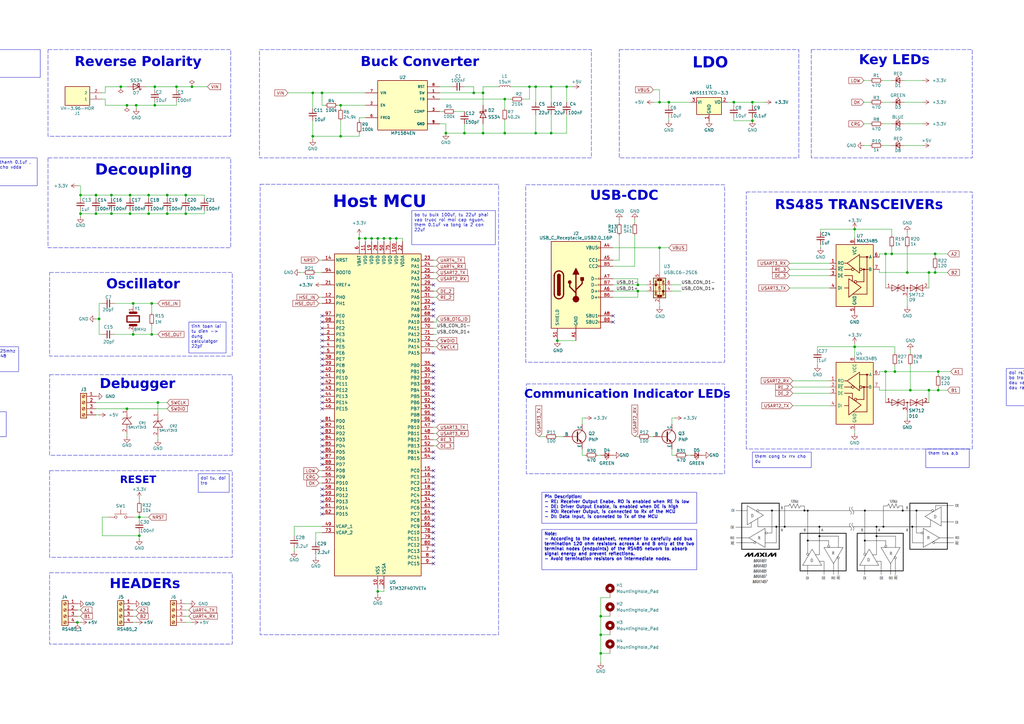
<source format=kicad_sch>
(kicad_sch (version 20231120) (generator "eeschema") (generator_version "8.0")
  (paper "A3")
  (title_block (date "2025-12-05"))
  (junction (at 198.12 54.61))
  (junction (at 33.02 87.63))
  (junction (at 64.77 165.1))
  (junction (at 274.32 41.91))
  (junction (at 363.22 104.14))
  (junction (at 31.75 255.27))
  (junction (at 39.37 87.63))
  (junction (at 157.48 97.79))
  (junction (at 232.41 35.56))
  (junction (at 132.08 38.1))
  (junction (at 33.02 80.01))
  (junction (at 154.94 242.57))
  (junction (at 72.39 35.56))
  (junction (at 63.5 35.56))
  (junction (at 246.38 252.73))
  (junction (at 139.7 43.18))
  (junction (at 147.32 97.79))
  (junction (at 246.38 260.35))
  (junction (at 60.96 87.63))
  (junction (at 149.86 97.79))
  (junction (at 154.94 97.79))
  (junction (at 76.2 87.63))
  (junction (at 381 111.76))
  (junction (at 363.22 152.4))
  (junction (at 53.34 87.63))
  (junction (at 226.06 54.61))
  (junction (at 383.54 104.14))
  (junction (at 228.6 139.7))
  (junction (at 308.61 41.91))
  (junction (at 62.23 137.16))
  (junction (at 76.2 80.01))
  (junction (at 78.74 35.56))
  (junction (at 373.38 160.02))
  (junction (at 52.07 167.64))
  (junction (at 182.88 54.61))
  (junction (at 68.58 80.01))
  (junction (at 54.61 124.46))
  (junction (at 226.06 35.56))
  (junction (at 300.99 41.91))
  (junction (at 49.53 35.56))
  (junction (at 52.07 43.18))
  (junction (at 308.61 49.53))
  (junction (at 384.81 160.02))
  (junction (at 152.4 97.79))
  (junction (at 381 160.02))
  (junction (at 350.52 93.98))
  (junction (at 217.17 35.56))
  (junction (at 372.11 111.76))
  (junction (at 63.5 43.18))
  (junction (at 45.72 80.01))
  (junction (at 57.15 219.71))
  (junction (at 60.96 80.01))
  (junction (at 219.71 35.56))
  (junction (at 194.31 38.1))
  (junction (at 270.51 41.91))
  (junction (at 198.12 38.1))
  (junction (at 219.71 54.61))
  (junction (at 246.38 267.97))
  (junction (at 55.88 43.18))
  (junction (at 128.27 38.1))
  (junction (at 190.5 54.61))
  (junction (at 261.62 119.38))
  (junction (at 207.01 54.61))
  (junction (at 128.27 55.88))
  (junction (at 40.64 130.81))
  (junction (at 367.03 152.4))
  (junction (at 139.7 55.88))
  (junction (at 384.81 152.4))
  (junction (at 39.37 80.01))
  (junction (at 383.54 111.76))
  (junction (at 365.76 104.14))
  (junction (at 57.15 212.09))
  (junction (at 162.56 97.79))
  (junction (at 350.52 142.24))
  (junction (at 54.61 137.16))
  (junction (at 270.51 101.6))
  (junction (at 68.58 87.63))
  (junction (at 62.23 124.46))
  (junction (at 207.01 40.64))
  (junction (at 53.34 80.01))
  (junction (at 160.02 97.79))
  (junction (at 261.62 116.84))
  (junction (at 45.72 87.63))
  (no_connect (at 177.8 124.46))
  (no_connect (at 132.08 132.08))
  (no_connect (at 132.08 210.82))
  (no_connect (at 132.08 137.16))
  (no_connect (at 177.8 170.18))
  (no_connect (at 132.08 187.96))
  (no_connect (at 132.08 139.7))
  (no_connect (at 132.08 177.8))
  (no_connect (at 177.8 129.54))
  (no_connect (at 132.08 129.54))
  (no_connect (at 132.08 190.5))
  (no_connect (at 132.08 185.42))
  (no_connect (at 177.8 162.56))
  (no_connect (at 177.8 116.84))
  (no_connect (at 177.8 213.36))
  (no_connect (at 177.8 220.98))
  (no_connect (at 177.8 223.52))
  (no_connect (at 132.08 144.78))
  (no_connect (at 177.8 165.1))
  (no_connect (at 132.08 160.02))
  (no_connect (at 177.8 167.64))
  (no_connect (at 132.08 152.4))
  (no_connect (at 132.08 142.24))
  (no_connect (at 177.8 215.9))
  (no_connect (at 177.8 205.74))
  (no_connect (at 177.8 185.42))
  (no_connect (at 177.8 210.82))
  (no_connect (at 132.08 203.2))
  (no_connect (at 132.08 182.88))
  (no_connect (at 177.8 208.28))
  (no_connect (at 177.8 231.14))
  (no_connect (at 177.8 218.44))
  (no_connect (at 132.08 172.72))
  (no_connect (at 132.08 205.74))
  (no_connect (at 177.8 160.02))
  (no_connect (at 177.8 228.6))
  (no_connect (at 177.8 200.66))
  (no_connect (at 177.8 203.2))
  (no_connect (at 132.08 167.64))
  (no_connect (at 177.8 187.96))
  (no_connect (at 251.46 132.08))
  (no_connect (at 251.46 129.54))
  (no_connect (at 177.8 144.78))
  (no_connect (at 132.08 165.1))
  (no_connect (at 132.08 180.34))
  (no_connect (at 132.08 134.62))
  (no_connect (at 177.8 154.94))
  (no_connect (at 177.8 152.4))
  (no_connect (at 132.08 157.48))
  (no_connect (at 132.08 162.56))
  (no_connect (at 132.08 147.32))
  (no_connect (at 177.8 172.72))
  (no_connect (at 177.8 193.04))
  (no_connect (at 132.08 208.28))
  (no_connect (at 177.8 149.86))
  (no_connect (at 177.8 198.12))
  (no_connect (at 177.8 195.58))
  (no_connect (at 177.8 157.48))
  (no_connect (at 132.08 154.94))
  (no_connect (at 132.08 175.26))
  (no_connect (at 177.8 226.06))
  (no_connect (at 132.08 149.86))
  (no_connect (at 177.8 127))
  (no_connect (at 132.08 200.66))
  (wire (pts (xy 209.55 35.56) (xy 217.17 35.56)))
  (wire (pts (xy 40.64 130.81) (xy 40.64 137.16)))
  (wire (pts (xy 130.81 198.12) (xy 132.08 198.12)))
  (wire (pts (xy 360.68 104.14) (xy 360.68 105.41)))
  (wire (pts (xy 245.11 186.69) (xy 246.38 186.69)))
  (wire (pts (xy 62.23 124.46) (xy 62.23 128.27)))
  (wire (pts (xy 154.94 242.57) (xy 154.94 243.84)))
  (wire (pts (xy 360.68 104.14) (xy 363.22 104.14)))
  (wire (pts (xy 129.54 227.33) (xy 129.54 228.6)))
  (wire (pts (xy 130.81 195.58) (xy 132.08 195.58)))
  (wire (pts (xy 132.08 38.1) (xy 149.86 38.1)))
  (wire (pts (xy 60.96 80.01) (xy 60.96 81.28)))
  (wire (pts (xy 54.61 137.16) (xy 54.61 135.89)))
  (wire (pts (xy 138.43 43.18) (xy 139.7 43.18)))
  (wire (pts (xy 129.54 111.76) (xy 132.08 111.76)))
  (wire (pts (xy 44.45 212.09) (xy 41.91 212.09)))
  (wire (pts (xy 59.69 35.56) (xy 63.5 35.56)))
  (wire (pts (xy 54.61 255.27) (xy 55.88 255.27)))
  (wire (pts (xy 128.27 57.15) (xy 128.27 55.88)))
  (wire (pts (xy 157.48 242.57) (xy 154.94 242.57)))
  (wire (pts (xy 83.82 80.01) (xy 83.82 81.28)))
  (wire (pts (xy 162.56 99.06) (xy 162.56 97.79)))
  (wire (pts (xy 39.37 80.01) (xy 45.72 80.01)))
  (wire (pts (xy 165.1 99.06) (xy 165.1 97.79)))
  (wire (pts (xy 68.58 80.01) (xy 68.58 81.28)))
  (wire (pts (xy 128.27 49.53) (xy 128.27 55.88)))
  (wire (pts (xy 232.41 46.99) (xy 232.41 54.61)))
  (wire (pts (xy 274.32 41.91) (xy 274.32 43.18)))
  (wire (pts (xy 246.38 267.97) (xy 246.38 271.78)))
  (wire (pts (xy 274.32 41.91) (xy 283.21 41.91)))
  (wire (pts (xy 54.61 212.09) (xy 57.15 212.09)))
  (wire (pts (xy 194.31 38.1) (xy 194.31 35.56)))
  (wire (pts (xy 270.51 101.6) (xy 270.51 111.76)))
  (wire (pts (xy 147.32 97.79) (xy 149.86 97.79)))
  (wire (pts (xy 370.84 41.91) (xy 378.46 41.91)))
  (wire (pts (xy 179.07 130.81) (xy 179.07 132.08)))
  (wire (pts (xy 68.58 80.01) (xy 76.2 80.01)))
  (wire (pts (xy 41.91 219.71) (xy 57.15 219.71)))
  (wire (pts (xy 251.46 121.92) (xy 261.62 121.92)))
  (wire (pts (xy 207.01 54.61) (xy 219.71 54.61)))
  (wire (pts (xy 39.37 170.18) (xy 40.64 170.18)))
  (wire (pts (xy 275.59 119.38) (xy 279.4 119.38)))
  (wire (pts (xy 281.94 186.69) (xy 283.21 186.69)))
  (wire (pts (xy 232.41 35.56) (xy 232.41 41.91)))
  (wire (pts (xy 83.82 87.63) (xy 83.82 86.36)))
  (wire (pts (xy 39.37 86.36) (xy 39.37 87.63)))
  (wire (pts (xy 64.77 165.1) (xy 64.77 168.91)))
  (wire (pts (xy 190.5 50.8) (xy 190.5 54.61)))
  (wire (pts (xy 383.54 111.76) (xy 388.62 111.76)))
  (wire (pts (xy 63.5 43.18) (xy 72.39 43.18)))
  (wire (pts (xy 323.85 107.95) (xy 340.36 107.95)))
  (wire (pts (xy 298.45 41.91) (xy 300.99 41.91)))
  (wire (pts (xy 40.64 124.46) (xy 40.64 130.81)))
  (wire (pts (xy 130.81 106.68) (xy 132.08 106.68)))
  (wire (pts (xy 381 111.76) (xy 383.54 111.76)))
  (wire (pts (xy 157.48 97.79) (xy 157.48 99.06)))
  (wire (pts (xy 361.95 33.02) (xy 365.76 33.02)))
  (wire (pts (xy 72.39 41.91) (xy 72.39 43.18)))
  (wire (pts (xy 198.12 35.56) (xy 198.12 38.1)))
  (wire (pts (xy 76.2 86.36) (xy 76.2 87.63)))
  (wire (pts (xy 363.22 104.14) (xy 365.76 104.14)))
  (wire (pts (xy 270.51 101.6) (xy 274.32 101.6)))
  (wire (pts (xy 157.48 241.3) (xy 157.48 242.57)))
  (wire (pts (xy 120.65 215.9) (xy 132.08 215.9)))
  (wire (pts (xy 154.94 97.79) (xy 154.94 99.06)))
  (wire (pts (xy 190.5 54.61) (xy 198.12 54.61)))
  (wire (pts (xy 308.61 43.18) (xy 308.61 41.91)))
  (wire (pts (xy 180.34 50.8) (xy 182.88 50.8)))
  (wire (pts (xy 260.35 179.07) (xy 261.62 179.07)))
  (wire (pts (xy 325.12 161.29) (xy 340.36 161.29)))
  (wire (pts (xy 120.65 224.79) (xy 120.65 226.06)))
  (wire (pts (xy 207.01 40.64) (xy 207.01 44.45)))
  (wire (pts (xy 177.8 109.22) (xy 179.07 109.22)))
  (wire (pts (xy 350.52 177.8) (xy 350.52 176.53)))
  (wire (pts (xy 372.11 168.91) (xy 372.11 171.45)))
  (wire (pts (xy 60.96 80.01) (xy 68.58 80.01)))
  (wire (pts (xy 251.46 106.68) (xy 254 106.68)))
  (wire (pts (xy 147.32 48.26) (xy 147.32 49.53)))
  (wire (pts (xy 207.01 49.53) (xy 207.01 54.61)))
  (wire (pts (xy 251.46 101.6) (xy 270.51 101.6)))
  (wire (pts (xy 384.81 152.4) (xy 389.89 152.4)))
  (wire (pts (xy 60.96 86.36) (xy 60.96 87.63)))
  (wire (pts (xy 72.39 35.56) (xy 78.74 35.56)))
  (wire (pts (xy 179.07 139.7) (xy 177.8 139.7)))
  (wire (pts (xy 180.34 38.1) (xy 194.31 38.1)))
  (wire (pts (xy 209.55 40.64) (xy 207.01 40.64)))
  (wire (pts (xy 220.98 179.07) (xy 223.52 179.07)))
  (wire (pts (xy 270.51 124.46) (xy 270.51 125.73)))
  (wire (pts (xy 335.28 149.86) (xy 335.28 148.59)))
  (wire (pts (xy 384.81 160.02) (xy 384.81 158.75)))
  (wire (pts (xy 45.72 86.36) (xy 45.72 87.63)))
  (wire (pts (xy 350.52 142.24) (xy 350.52 146.05)))
  (wire (pts (xy 384.81 160.02) (xy 388.62 160.02)))
  (wire (pts (xy 246.38 252.73) (xy 250.19 252.73)))
  (wire (pts (xy 232.41 35.56) (xy 234.95 35.56)))
  (wire (pts (xy 76.2 250.19) (xy 77.47 250.19)))
  (wire (pts (xy 33.02 87.63) (xy 39.37 87.63)))
  (wire (pts (xy 363.22 152.4) (xy 367.03 152.4)))
  (wire (pts (xy 360.68 160.02) (xy 360.68 158.75)))
  (wire (pts (xy 267.97 41.91) (xy 270.51 41.91)))
  (wire (pts (xy 372.11 101.6) (xy 372.11 111.76)))
  (wire (pts (xy 365.76 101.6) (xy 365.76 104.14)))
  (wire (pts (xy 384.81 160.02) (xy 381 160.02)))
  (wire (pts (xy 132.08 43.18) (xy 133.35 43.18)))
  (wire (pts (xy 217.17 35.56) (xy 219.71 35.56)))
  (wire (pts (xy 254 96.52) (xy 254 106.68)))
  (wire (pts (xy 55.88 43.18) (xy 63.5 43.18)))
  (wire (pts (xy 130.81 121.92) (xy 132.08 121.92)))
  (wire (pts (xy 275.59 171.45) (xy 275.59 173.99)))
  (wire (pts (xy 238.76 186.69) (xy 240.03 186.69)))
  (wire (pts (xy 367.03 149.86) (xy 367.03 152.4)))
  (wire (pts (xy 55.88 252.73) (xy 54.61 252.73)))
  (wire (pts (xy 46.99 124.46) (xy 54.61 124.46)))
  (wire (pts (xy 370.84 33.02) (xy 378.46 33.02)))
  (wire (pts (xy 300.99 49.53) (xy 308.61 49.53)))
  (wire (pts (xy 384.81 152.4) (xy 367.03 152.4)))
  (wire (pts (xy 177.8 177.8) (xy 179.07 177.8)))
  (wire (pts (xy 76.2 255.27) (xy 78.74 255.27)))
  (wire (pts (xy 261.62 114.3) (xy 261.62 116.84)))
  (wire (pts (xy 325.12 158.75) (xy 340.36 158.75)))
  (wire (pts (xy 55.88 44.45) (xy 55.88 43.18)))
  (wire (pts (xy 354.33 41.91) (xy 356.87 41.91)))
  (wire (pts (xy 274.32 48.26) (xy 274.32 49.53)))
  (wire (pts (xy 165.1 97.79) (xy 162.56 97.79)))
  (wire (pts (xy 336.55 93.98) (xy 350.52 93.98)))
  (wire (pts (xy 383.54 104.14) (xy 388.62 104.14)))
  (wire (pts (xy 335.28 142.24) (xy 350.52 142.24)))
  (wire (pts (xy 154.94 97.79) (xy 157.48 97.79)))
  (wire (pts (xy 361.95 41.91) (xy 365.76 41.91)))
  (wire (pts (xy 177.8 114.3) (xy 179.07 114.3)))
  (wire (pts (xy 147.32 97.79) (xy 147.32 99.06)))
  (wire (pts (xy 132.08 218.44) (xy 129.54 218.44)))
  (wire (pts (xy 354.33 50.8) (xy 356.87 50.8)))
  (wire (pts (xy 76.2 252.73) (xy 77.47 252.73)))
  (wire (pts (xy 128.27 38.1) (xy 132.08 38.1)))
  (wire (pts (xy 45.72 80.01) (xy 53.34 80.01)))
  (wire (pts (xy 33.02 86.36) (xy 33.02 87.63)))
  (wire (pts (xy 76.2 80.01) (xy 76.2 81.28)))
  (wire (pts (xy 120.65 219.71) (xy 120.65 215.9)))
  (wire (pts (xy 365.76 104.14) (xy 383.54 104.14)))
  (wire (pts (xy 335.28 142.24) (xy 335.28 143.51)))
  (wire (pts (xy 194.31 38.1) (xy 198.12 38.1)))
  (wire (pts (xy 53.34 86.36) (xy 53.34 87.63)))
  (wire (pts (xy 132.08 38.1) (xy 132.08 43.18)))
  (wire (pts (xy 240.03 171.45) (xy 238.76 171.45)))
  (wire (pts (xy 130.81 193.04) (xy 132.08 193.04)))
  (wire (pts (xy 45.72 87.63) (xy 53.34 87.63)))
  (wire (pts (xy 325.12 166.37) (xy 340.36 166.37)))
  (wire (pts (xy 63.5 35.56) (xy 72.39 35.56)))
  (wire (pts (xy 251.46 114.3) (xy 261.62 114.3)))
  (wire (pts (xy 45.72 80.01) (xy 45.72 81.28)))
  (wire (pts (xy 226.06 54.61) (xy 232.41 54.61)))
  (wire (pts (xy 198.12 54.61) (xy 207.01 54.61)))
  (wire (pts (xy 198.12 50.8) (xy 198.12 54.61)))
  (wire (pts (xy 260.35 96.52) (xy 260.35 109.22)))
  (wire (pts (xy 323.85 110.49) (xy 340.36 110.49)))
  (wire (pts (xy 57.15 210.82) (xy 57.15 212.09)))
  (wire (pts (xy 350.52 93.98) (xy 365.76 93.98)))
  (wire (pts (xy 39.37 167.64) (xy 52.07 167.64)))
  (wire (pts (xy 147.32 54.61) (xy 147.32 55.88)))
  (wire (pts (xy 149.86 48.26) (xy 147.32 48.26)))
  (wire (pts (xy 72.39 35.56) (xy 72.39 36.83)))
  (wire (pts (xy 154.94 241.3) (xy 154.94 242.57)))
  (wire (pts (xy 361.95 50.8) (xy 365.76 50.8)))
  (wire (pts (xy 63.5 43.18) (xy 63.5 41.91)))
  (wire (pts (xy 64.77 180.34) (xy 64.77 179.07)))
  (wire (pts (xy 336.55 101.6) (xy 336.55 100.33)))
  (wire (pts (xy 372.11 121.92) (xy 372.11 125.73)))
  (wire (pts (xy 300.99 41.91) (xy 308.61 41.91)))
  (wire (pts (xy 41.91 38.1) (xy 43.18 38.1)))
  (wire (pts (xy 383.54 111.76) (xy 383.54 110.49)))
  (wire (pts (xy 270.51 36.83) (xy 270.51 41.91)))
  (wire (pts (xy 78.74 35.56) (xy 85.09 35.56)))
  (wire (pts (xy 219.71 46.99) (xy 219.71 54.61)))
  (wire (pts (xy 217.17 40.64) (xy 217.17 35.56)))
  (wire (pts (xy 152.4 97.79) (xy 152.4 99.06)))
  (wire (pts (xy 62.23 124.46) (xy 64.77 124.46)))
  (wire (pts (xy 238.76 184.15) (xy 238.76 186.69)))
  (wire (pts (xy 246.38 267.97) (xy 250.19 267.97)))
  (wire (pts (xy 266.7 179.07) (xy 267.97 179.07)))
  (wire (pts (xy 177.8 111.76) (xy 179.07 111.76)))
  (wire (pts (xy 214.63 40.64) (xy 217.17 40.64)))
  (wire (pts (xy 177.8 175.26) (xy 179.07 175.26)))
  (wire (pts (xy 261.62 119.38) (xy 261.62 121.92)))
  (wire (pts (xy 57.15 204.47) (xy 57.15 205.74)))
  (wire (pts (xy 52.07 179.07) (xy 52.07 177.8)))
  (wire (pts (xy 63.5 35.56) (xy 63.5 36.83)))
  (wire (pts (xy 251.46 109.22) (xy 260.35 109.22)))
  (wire (pts (xy 129.54 218.44) (xy 129.54 222.25)))
  (wire (pts (xy 54.61 124.46) (xy 54.61 125.73)))
  (wire (pts (xy 360.68 160.02) (xy 373.38 160.02)))
  (wire (pts (xy 57.15 212.09) (xy 57.15 213.36)))
  (wire (pts (xy 300.99 48.26) (xy 300.99 49.53)))
  (wire (pts (xy 182.88 50.8) (xy 182.88 54.61)))
  (wire (pts (xy 267.97 36.83) (xy 270.51 36.83)))
  (wire (pts (xy 246.38 260.35) (xy 250.19 260.35)))
  (wire (pts (xy 57.15 212.09) (xy 60.96 212.09)))
  (wire (pts (xy 62.23 137.16) (xy 62.23 133.35)))
  (wire (pts (xy 31.75 255.27) (xy 33.02 255.27)))
  (wire (pts (xy 179.07 142.24) (xy 177.8 142.24)))
  (wire (pts (xy 275.59 186.69) (xy 276.86 186.69)))
  (wire (pts (xy 381 160.02) (xy 373.38 160.02)))
  (wire (pts (xy 300.99 41.91) (xy 300.99 43.18)))
  (wire (pts (xy 336.55 93.98) (xy 336.55 95.25)))
  (wire (pts (xy 149.86 97.79) (xy 149.86 99.06)))
  (wire (pts (xy 219.71 54.61) (xy 226.06 54.61)))
  (wire (pts (xy 308.61 49.53) (xy 308.61 48.26)))
  (wire (pts (xy 360.68 111.76) (xy 372.11 111.76)))
  (wire (pts (xy 182.88 54.61) (xy 190.5 54.61)))
  (wire (pts (xy 350.52 140.97) (xy 350.52 142.24)))
  (wire (pts (xy 149.86 97.79) (xy 152.4 97.79)))
  (wire (pts (xy 226.06 35.56) (xy 226.06 41.91)))
  (wire (pts (xy 250.19 245.11) (xy 246.38 245.11)))
  (wire (pts (xy 261.62 119.38) (xy 265.43 119.38)))
  (wire (pts (xy 180.34 35.56) (xy 185.42 35.56)))
  (wire (pts (xy 160.02 97.79) (xy 160.02 99.06)))
  (wire (pts (xy 68.58 86.36) (xy 68.58 87.63)))
  (wire (pts (xy 372.11 96.52) (xy 372.11 95.25)))
  (wire (pts (xy 53.34 87.63) (xy 60.96 87.63)))
  (wire (pts (xy 54.61 137.16) (xy 62.23 137.16)))
  (wire (pts (xy 128.27 38.1) (xy 128.27 44.45)))
  (wire (pts (xy 360.68 152.4) (xy 363.22 152.4)))
  (wire (pts (xy 147.32 96.52) (xy 147.32 97.79)))
  (wire (pts (xy 246.38 252.73) (xy 246.38 260.35)))
  (wire (pts (xy 33.02 252.73) (xy 31.75 252.73)))
  (wire (pts (xy 354.33 59.69) (xy 356.87 59.69)))
  (wire (pts (xy 261.62 116.84) (xy 265.43 116.84)))
  (wire (pts (xy 381 111.76) (xy 381 118.11)))
  (wire (pts (xy 39.37 80.01) (xy 39.37 81.28)))
  (wire (pts (xy 177.8 180.34) (xy 179.07 180.34)))
  (wire (pts (xy 373.38 149.86) (xy 373.38 160.02)))
  (wire (pts (xy 238.76 171.45) (xy 238.76 173.99)))
  (wire (pts (xy 43.18 43.18) (xy 52.07 43.18)))
  (wire (pts (xy 41.91 40.64) (xy 43.18 40.64)))
  (wire (pts (xy 54.61 124.46) (xy 62.23 124.46)))
  (wire (pts (xy 43.18 40.64) (xy 43.18 43.18)))
  (wire (pts (xy 228.6 139.7) (xy 236.22 139.7)))
  (wire (pts (xy 180.34 40.64) (xy 207.01 40.64)))
  (wire (pts (xy 190.5 35.56) (xy 194.31 35.56)))
  (wire (pts (xy 179.07 137.16) (xy 177.8 137.16)))
  (wire (pts (xy 64.77 137.16) (xy 62.23 137.16)))
  (wire (pts (xy 177.8 119.38) (xy 179.07 119.38)))
  (wire (pts (xy 360.68 111.76) (xy 360.68 110.49)))
  (wire (pts (xy 370.84 50.8) (xy 378.46 50.8)))
  (wire (pts (xy 139.7 43.18) (xy 139.7 44.45)))
  (wire (pts (xy 276.86 171.45) (xy 275.59 171.45)))
  (wire (pts (xy 139.7 55.88) (xy 147.32 55.88)))
  (wire (pts (xy 128.27 55.88) (xy 139.7 55.88)))
  (wire (pts (xy 139.7 43.18) (xy 149.86 43.18)))
  (wire (pts (xy 354.33 33.02) (xy 356.87 33.02)))
  (wire (pts (xy 76.2 87.63) (xy 83.82 87.63)))
  (wire (pts (xy 198.12 38.1) (xy 198.12 43.18)))
  (wire (pts (xy 363.22 104.14) (xy 363.22 118.11)))
  (wire (pts (xy 274.32 41.91) (xy 270.51 41.91)))
  (wire (pts (xy 325.12 156.21) (xy 340.36 156.21)))
  (wire (pts (xy 33.02 87.63) (xy 33.02 88.9)))
  (wire (pts (xy 226.06 35.56) (xy 232.41 35.56)))
  (wire (pts (xy 251.46 119.38) (xy 261.62 119.38)))
  (wire (pts (xy 198.12 35.56) (xy 204.47 35.56)))
  (wire (pts (xy 308.61 41.91) (xy 313.69 41.91)))
  (wire (pts (xy 152.4 97.79) (xy 154.94 97.79)))
  (wire (pts (xy 186.69 45.72) (xy 190.5 45.72)))
  (wire (pts (xy 251.46 116.84) (xy 261.62 116.84)))
  (wire (pts (xy 372.11 111.76) (xy 381 111.76)))
  (wire (pts (xy 254 90.17) (xy 254 91.44)))
  (wire (pts (xy 160.02 97.79) (xy 162.56 97.79)))
  (wire (pts (xy 76.2 80.01) (xy 83.82 80.01)))
  (wire (pts (xy 31.75 76.2) (xy 33.02 76.2)))
  (wire (pts (xy 323.85 113.03) (xy 340.36 113.03)))
  (wire (pts (xy 180.34 45.72) (xy 181.61 45.72)))
  (wire (pts (xy 41.91 212.09) (xy 41.91 219.71)))
  (wire (pts (xy 33.02 76.2) (xy 33.02 80.01)))
  (wire (pts (xy 53.34 80.01) (xy 53.34 81.28)))
  (wire (pts (xy 52.07 167.64) (xy 68.58 167.64)))
  (wire (pts (xy 39.37 165.1) (xy 64.77 165.1)))
  (wire (pts (xy 40.64 137.16) (xy 41.91 137.16)))
  (wire (pts (xy 219.71 35.56) (xy 219.71 41.91)))
  (wire (pts (xy 350.52 142.24) (xy 367.03 142.24)))
  (wire (pts (xy 57.15 218.44) (xy 57.15 219.71)))
  (wire (pts (xy 177.8 182.88) (xy 179.07 182.88)))
  (wire (pts (xy 260.35 90.17) (xy 260.35 91.44)))
  (wire (pts (xy 139.7 55.88) (xy 139.7 49.53)))
  (wire (pts (xy 381 160.02) (xy 381 165.1)))
  (wire (pts (xy 49.53 35.56) (xy 52.07 35.56)))
  (wire (pts (xy 246.38 260.35) (xy 246.38 267.97)))
  (wire (pts (xy 384.81 152.4) (xy 384.81 153.67)))
  (wire (pts (xy 123.19 111.76) (xy 124.46 111.76)))
  (wire (pts (xy 323.85 118.11) (xy 340.36 118.11)))
  (wire (pts (xy 219.71 35.56) (xy 226.06 35.56)))
  (wire (pts (xy 370.84 59.69) (xy 378.46 59.69)))
  (wire (pts (xy 179.07 106.68) (xy 177.8 106.68)))
  (wire (pts (xy 43.18 35.56) (xy 49.53 35.56)))
  (wire (pts (xy 177.8 134.62) (xy 179.07 134.62)))
  (wire (pts (xy 365.76 96.52) (xy 365.76 93.98)))
  (wire (pts (xy 363.22 152.4) (xy 363.22 165.1)))
  (wire (pts (xy 64.77 165.1) (xy 68.58 165.1)))
  (wire (pts (xy 275.59 116.84) (xy 279.4 116.84)))
  (wire (pts (xy 118.11 38.1) (xy 128.27 38.1)))
  (wire (pts (xy 76.2 247.65) (xy 77.47 247.65)))
  (wire (pts (xy 360.68 152.4) (xy 360.68 153.67)))
  (wire (pts (xy 226.06 46.99) (xy 226.06 54.61)))
  (wire (pts (xy 60.96 87.63) (xy 68.58 87.63)))
  (wire (pts (xy 33.02 250.19) (xy 31.75 250.19)))
  (wire (pts (xy 157.48 97.79) (xy 160.02 97.79)))
  (wire (pts (xy 383.54 104.14) (xy 383.54 105.41)))
  (wire (pts (xy 179.07 132.08) (xy 177.8 132.08)))
  (wire (pts (xy 373.38 143.51) (xy 373.38 144.78)))
  (wire (pts (xy 39.37 130.81) (xy 40.64 130.81)))
  (wire (pts (xy 246.38 245.11) (xy 246.38 252.73)))
  (wire (pts (xy 41.91 124.46) (xy 40.64 124.46)))
  (wire (pts (xy 130.81 124.46) (xy 132.08 124.46)))
  (wire (pts (xy 57.15 219.71) (xy 57.15 220.98)))
  (wire (pts (xy 33.02 80.01) (xy 33.02 81.28)))
  (wire (pts (xy 33.02 80.01) (xy 39.37 80.01)))
  (wire (pts (xy 275.59 184.15) (xy 275.59 186.69)))
  (wire (pts (xy 68.58 87.63) (xy 76.2 87.63)))
  (wire (pts (xy 43.18 38.1) (xy 43.18 35.56)))
  (wire (pts (xy 228.6 179.07) (xy 231.14 179.07)))
  (wire (pts (xy 350.52 93.98) (xy 350.52 97.79)))
  (wire (pts (xy 361.95 59.69) (xy 365.76 59.69)))
  (wire (pts (xy 39.37 87.63) (xy 45.72 87.63)))
  (wire (pts (xy 46.99 137.16) (xy 54.61 137.16)))
  (wire (pts (xy 177.8 121.92) (xy 179.07 121.92)))
  (wire (pts (xy 367.03 144.78) (xy 367.03 142.24)))
  (wire (pts (xy 53.34 80.01) (xy 60.96 80.01)))
  (wire (pts (xy 52.07 43.18) (xy 55.88 43.18)))
  (wire (pts (xy 55.88 250.19) (xy 54.61 250.19)))
  (rectangle (start 215.646 75.819) (end 297.18 148.59) (stroke (width 0) (type dash)))
  (rectangle (start 20.32 153.67) (end 95.25 186.69) (stroke (width 0) (type dash)))
  (rectangle (start 306.07 78.74) (end 398.78 184.15) (stroke (width 0) (type dash)))
  (rectangle (start 20.32 111.76) (end 95.25 146.05) (stroke (width 0) (type dash)))
  (rectangle (start 332.74 20.32) (end 398.78 64.77) (stroke (width 0) (type dash)))
  (rectangle (start 20.32 234.95) (end 95.25 264.16) (stroke (width 0) (type dash)))
  (rectangle (start 19.685 64.77) (end 94.615 101.6) (stroke (width 0) (type dash)))
  (rectangle (start 215.9 157.48) (end 297.18 194.31) (stroke (width 0) (type dash)))
  (rectangle (start 106.68 75.565) (end 204.47 260.35) (stroke (width 0) (type dash)))
  (rectangle (start 254 20.32) (end 327.66 64.77) (stroke (width 0) (type dash)))
  (rectangle (start 20.32 193.04) (end 95.25 228.6) (stroke (width 0) (type dash)))
  (rectangle (start 19.685 20.32) (end 94.615 55.88) (stroke (width 0) (type dash)))
  (rectangle (start 106.426 20.32) (end 242.57 64.77) (stroke (width 0) (type dash)))
  (image (at 347.98 220.98) (scale 0.307237))
  (text_box "them 5v, them tvs" (at -11.43 168.91 0) (size 13.97 10.16) (effects (font (size 1.27 1.27)) (justify left top)))
  (text_box "Pin Description:\n- RE: Receiver Output Enabe. RO is enabled when RE is low\n- DE: Driver Output Enable, is enabled when DE is high\n- RO: Receiver Output, is connected to Rx of the MCU\n- DI: Data Input, is conneted to Tx of the MCU" (at 222.25 201.93 0) (size 63.5 12.7) (effects (font (size 1.27 1.27) (thickness 0.254) (bold yes)) (justify left top)))
  (text_box "doi rs3485, bo tro treo dau vao, doi dau ra 1k" (at 412.75 151.13 0) (size 15.24 15.24) (effects (font (size 1.27 1.27)) (justify left top)))
  (text_box "xem cubemx 25mhz co duoc cho 48 usb k" (at -13.97 142.24 0) (size 21.59 10.16) (effects (font (size 1.27 1.27)) (justify left top)))
  (text_box "them tvs a,b" (at 379.73 184.15 0) (size 17.78 7.62) (effects (font (size 1.27 1.27)) (justify left top)))
  (text_box "them cong tx rrx cho du" (at 308.61 185.42 0) (size 24.13 6.35) (effects (font (size 1.27 1.27)) (justify left top)))
  (text_box "doi thanh 0.1uf , 1uf cho vdda" (at -5.08 64.77 0) (size 20.32 11.43) (effects (font (size 1.27 1.27)) (justify left top)))
  (text_box "tinh toan lai tu dien -> dung calculatgor 22pF" (at 77.47 132.08 0) (size 15.24 12.7) (effects (font (size 1.27 1.27)) (justify left top)))
  (text_box "bo tu bulk 100uf, tu 22uf phai vao truoc roi moi cap nguon, them 0.1uF va tong la 2 con 22uf" (at 168.91 86.36 0) (size 34.29 13.97) (effects (font (size 1.27 1.27)) (justify left top)))
  (text_box "doi tu, doi tro" (at 81.28 194.31 0) (size 12.7 7.62) (effects (font (size 1.27 1.27)) (justify left top)))
  (text_box "dung ss34" (at -13.97 20.32 0) (size 30.48 11.43) (effects (font (size 1.27 1.27)) (justify left top)))
  (text_box "Note:\n- According to the datasheet, remember to carefully add bus termination 120 ohm resistors across A and B only at the two terminal nodes (endpoints) of the RS485 network to absorb signal energy and prevent reflections. \n- Avoid termination resistors on intermediate nodes." (at 222.25 217.17 0) (size 63.5 16.51) (effects (font (size 1.27 1.27) (thickness 0.254) (bold yes)) (justify left top)))
  (text "Decoupling\n" (at 58.928 71.12 0) (effects (font (size 4.5 4.5) (thickness 0.8) (bold yes))))
  (text "Key LEDs" (at 366.776 25.908 0) (effects (font (size 4 4) (thickness 0.8) (bold yes))))
  (text "USB-CDC\n" (at 256.032 81.534 0) (effects (font (size 4 4) (thickness 0.8) (bold yes))))
  (text "RS485 TRANSCEIVERs" (at 352.298 85.344 0) (effects (font (size 4 4) (thickness 0.8) (bold yes))))
  (text "LDO\n" (at 291.338 27.178 0) (effects (font (size 4.5 4.5) (thickness 0.8) (bold yes))))
  (text "Oscillator" (at 58.674 117.856 0) (effects (font (size 4 4) (thickness 0.8) (bold yes))))
  (text "Communication Indicator LEDs" (at 257.302 162.814 0) (effects (font (size 3.5 3.5) (thickness 0.8) (bold yes))))
  (text "Debugger" (at 56.388 158.75 0) (effects (font (size 4 4) (thickness 0.6) (bold yes))))
  (text "Buck Converter" (at 172.212 26.67 0) (effects (font (size 4 4) (thickness 0.8) (bold yes))))
  (text "RESET" (at 56.642 197.866 0) (effects (font (size 3 3) (thickness 0.6) (bold yes))))
  (text "Host MCU" (at 155.702 84.328 0) (effects (font (size 5 5) (thickness 0.8) (bold yes))))
  (text "Reverse Polarity" (at 56.642 26.67 0) (effects (font (size 4 4) (thickness 0.8) (bold yes))))
  (text "HEADERs\n" (at 59.436 240.792 0) (effects (font (size 4 4) (thickness 0.8) (bold yes))))
  (label "USB_D1-" (at 252.73 116.84 0))
  (label "USB_CON_D1+" (at 179.07 137.16 0))
  (label "USB_CON_D1-" (at 179.07 134.62 0))
  (label "USB_D1+" (at 252.73 119.38 0))
  (label "USB_CON_D1-" (at 279.4 116.84 0))
  (label "USB_CON_D1+" (at 279.4 119.38 0))
  (global_label "DE_3" (shape input) (at 179.07 182.88 0) (property "Intersheetrefs" "${INTERSHEET_REFS}" (effects (hide yes))))
  (global_label "USART3_TX" (shape input) (at 179.07 175.26 0) (property "Intersheetrefs" "${INTERSHEET_REFS}" (effects (hide yes))))
  (global_label "B2" (shape input) (at 388.62 111.76 0) (property "Intersheetrefs" "${INTERSHEET_REFS}" (effects (hide yes))))
  (global_label "OK" (shape input) (at 130.81 198.12 180) (property "Intersheetrefs" "${INTERSHEET_REFS}" (effects (hide yes))))
  (global_label "USART2_RX" (shape input) (at 325.12 156.21 180) (property "Intersheetrefs" "${INTERSHEET_REFS}" (effects (hide yes))))
  (global_label "LOW" (shape input) (at 354.33 33.02 180) (property "Intersheetrefs" "${INTERSHEET_REFS}" (effects (hide yes))))
  (global_label "B1" (shape input) (at 33.02 252.73 0) (property "Intersheetrefs" "${INTERSHEET_REFS}" (effects (hide yes))))
  (global_label "OK" (shape input) (at 354.33 41.91 180) (property "Intersheetrefs" "${INTERSHEET_REFS}" (effects (hide yes))))
  (global_label "RE_2" (shape input) (at 179.07 121.92 0) (property "Intersheetrefs" "${INTERSHEET_REFS}" (effects (hide yes))))
  (global_label "CRG" (shape input) (at 354.33 50.8 180) (property "Intersheetrefs" "${INTERSHEET_REFS}" (effects (hide yes))))
  (global_label "A1" (shape input) (at 389.89 152.4 0) (property "Intersheetrefs" "${INTERSHEET_REFS}" (effects (hide yes))))
  (global_label "VBUS" (shape input) (at 267.97 36.83 180) (property "Intersheetrefs" "${INTERSHEET_REFS}" (effects (hide yes))))
  (global_label "UART4_TX" (shape input) (at 179.07 106.68 0) (property "Intersheetrefs" "${INTERSHEET_REFS}" (effects (hide yes))))
  (global_label "DE_2" (shape input) (at 325.12 161.29 180) (property "Intersheetrefs" "${INTERSHEET_REFS}" (effects (hide yes))))
  (global_label "HSE_IN" (shape input) (at 64.77 124.46 0) (property "Intersheetrefs" "${INTERSHEET_REFS}" (effects (hide yes))))
  (global_label "CRG" (shape input) (at 130.81 195.58 180) (property "Intersheetrefs" "${INTERSHEET_REFS}" (effects (hide yes))))
  (global_label "SWDIO" (shape input) (at 179.07 139.7 0) (property "Intersheetrefs" "${INTERSHEET_REFS}" (effects (hide yes))))
  (global_label "USB_OTG_ID" (shape input) (at 179.07 130.81 0) (property "Intersheetrefs" "${INTERSHEET_REFS}" (effects (hide yes))))
  (global_label "SWDIO" (shape input) (at 68.58 167.64 0) (property "Intersheetrefs" "${INTERSHEET_REFS}" (effects (hide yes))))
  (global_label "UART4_TX" (shape input) (at 77.47 250.19 0) (property "Intersheetrefs" "${INTERSHEET_REFS}" (effects (hide yes))))
  (global_label "USART3_RX" (shape input) (at 323.85 107.95 180) (property "Intersheetrefs" "${INTERSHEET_REFS}" (effects (hide yes))))
  (global_label "A1" (shape input) (at 33.02 250.19 0) (property "Intersheetrefs" "${INTERSHEET_REFS}" (effects (hide yes))))
  (global_label "LOW" (shape input) (at 130.81 193.04 180) (property "Intersheetrefs" "${INTERSHEET_REFS}" (effects (hide yes))))
  (global_label "UART4_RX" (shape input) (at 179.07 109.22 0) (property "Intersheetrefs" "${INTERSHEET_REFS}" (effects (hide yes))))
  (global_label "VIN" (shape input) (at 85.09 35.56 0) (property "Intersheetrefs" "${INTERSHEET_REFS}" (effects (hide yes))))
  (global_label "RE_3" (shape input) (at 179.07 180.34 0) (property "Intersheetrefs" "${INTERSHEET_REFS}" (effects (hide yes))))
  (global_label "HSE_IN" (shape input) (at 130.81 121.92 180) (property "Intersheetrefs" "${INTERSHEET_REFS}" (effects (hide yes))))
  (global_label "B2" (shape input) (at 55.88 252.73 0) (property "Intersheetrefs" "${INTERSHEET_REFS}" (effects (hide yes))))
  (global_label "A2" (shape input) (at 388.62 104.14 0) (property "Intersheetrefs" "${INTERSHEET_REFS}" (effects (hide yes))))
  (global_label "USART2_TX" (shape input) (at 325.12 166.37 180) (property "Intersheetrefs" "${INTERSHEET_REFS}" (effects (hide yes))))
  (global_label "RE_2" (shape input) (at 325.12 158.75 180) (property "Intersheetrefs" "${INTERSHEET_REFS}" (effects (hide yes))))
  (global_label "B1" (shape input) (at 388.62 160.02 0) (property "Intersheetrefs" "${INTERSHEET_REFS}" (effects (hide yes))))
  (global_label "UART4_RX" (shape input) (at 77.47 252.73 0) (property "Intersheetrefs" "${INTERSHEET_REFS}" (effects (hide yes))))
  (global_label "HSE_OUT" (shape input) (at 64.77 137.16 0) (property "Intersheetrefs" "${INTERSHEET_REFS}" (effects (hide yes))))
  (global_label "DE_3" (shape input) (at 323.85 113.03 180) (property "Intersheetrefs" "${INTERSHEET_REFS}" (effects (hide yes))))
  (global_label "HSE_OUT" (shape input) (at 130.81 124.46 180) (property "Intersheetrefs" "${INTERSHEET_REFS}" (effects (hide yes))))
  (global_label "VBUS" (shape input) (at 274.32 101.6 0) (property "Intersheetrefs" "${INTERSHEET_REFS}" (effects (hide yes))))
  (global_label "NRST" (shape input) (at 60.96 212.09 0) (property "Intersheetrefs" "${INTERSHEET_REFS}" (effects (hide yes))))
  (global_label "SWCLK" (shape input) (at 68.58 165.1 0) (property "Intersheetrefs" "${INTERSHEET_REFS}" (effects (hide yes))))
  (global_label "VIN" (shape input) (at 118.11 38.1 180) (property "Intersheetrefs" "${INTERSHEET_REFS}" (effects (hide yes))))
  (global_label "NRST" (shape input) (at 130.81 106.68 180) (property "Intersheetrefs" "${INTERSHEET_REFS}" (effects (hide yes))))
  (global_label "USART2_RX" (shape input) (at 260.35 179.07 90) (property "Intersheetrefs" "${INTERSHEET_REFS}" (effects (hide yes))))
  (global_label "SWCLK" (shape input) (at 179.07 142.24 0) (property "Intersheetrefs" "${INTERSHEET_REFS}" (effects (hide yes))))
  (global_label "USART3_RX" (shape input) (at 179.07 177.8 0) (property "Intersheetrefs" "${INTERSHEET_REFS}" (effects (hide yes))))
  (global_label "A2" (shape input) (at 55.88 250.19 0) (property "Intersheetrefs" "${INTERSHEET_REFS}" (effects (hide yes))))
  (global_label "USART3_TX" (shape input) (at 323.85 118.11 180) (property "Intersheetrefs" "${INTERSHEET_REFS}" (effects (hide yes))))
  (global_label "DE_2" (shape input) (at 179.07 119.38 0) (property "Intersheetrefs" "${INTERSHEET_REFS}" (effects (hide yes))))
  (global_label "RE_3" (shape input) (at 323.85 110.49 180) (property "Intersheetrefs" "${INTERSHEET_REFS}" (effects (hide yes))))
  (global_label "USART2_TX" (shape input) (at 179.07 111.76 0) (property "Intersheetrefs" "${INTERSHEET_REFS}" (effects (hide yes))))
  (global_label "USART2_RX" (shape input) (at 179.07 114.3 0) (property "Intersheetrefs" "${INTERSHEET_REFS}" (effects (hide yes))))
  (global_label "USART3_TX" (shape input) (at 220.98 179.07 90) (property "Intersheetrefs" "${INTERSHEET_REFS}" (effects (hide yes))))
  (symbol (lib_id "Device:C_Small") (at 335.28 146.05 0) (unit 1)
    (property "Reference" "C27" (at 335.534 144.018 0) (effects (justify left)))
    (property "Value" "1uF" (at 335.534 147.828 0) (effects (justify left)))
    (property "Footprint" "Capacitor_SMD:C_0603_1608Metric" (effects (hide yes)))
    (property "Description" "Unpolarized capacitor, small symbol" (effects (hide yes)))
  )
  (symbol (lib_id "power:+3.3V") (at 313.69 41.91 270) (unit 1)
    (property "Reference" "#PWR03" (effects (hide yes)))
    (property "Value" "+3.3V" (at 317.5 41.9099 90) (effects (justify left)))
    (property "Description" "Power symbol creates a global label with name \"+3.3V\"" (effects (hide yes)))
  )
  (symbol (lib_id "power:+3.3V") (at 350.52 140.97 0) (unit 1)
    (property "Reference" "#PWR033" (effects (hide yes)))
    (property "Value" "+3.3V" (at 350.52 137.414 0))
    (property "Description" "Power symbol creates a global label with name \"+3.3V\"" (effects (hide yes)))
  )
  (symbol (lib_id "Device:R_Small") (at 62.23 130.81 0) (unit 1)
    (property "Reference" "R15" (at 63.5 129.54 0) (effects (justify left)))
    (property "Value" "1M" (at 63.5 132.08 0) (effects (justify left)))
    (property "Footprint" "Resistor_SMD:R_0603_1608Metric" (effects (hide yes)))
    (property "Description" "Resistor, small symbol" (effects (hide yes)))
  )
  (symbol (lib_id "Device:C_Small") (at 128.27 46.99 180) (unit 1)
    (property "Reference" "C11" (at 130.556 45.212 0))
    (property "Value" "10uF" (at 131.318 49.022 0))
    (property "Footprint" "Capacitor_SMD:C_0603_1608Metric" (effects (hide yes)))
    (property "Description" "Unpolarized capacitor, small symbol" (effects (hide yes)))
  )
  (symbol (lib_id "power:GND") (at 129.54 228.6 0) (unit 1)
    (property "Reference" "#PWR045" (effects (hide yes)))
    (property "Value" "GND" (at 129.54 232.156 0))
    (property "Description" "Power symbol creates a global label with name \"GND\" , ground" (effects (hide yes)))
  )
  (symbol (lib_id "power:GND") (at 39.37 130.81 270) (unit 1)
    (property "Reference" "#PWR028" (effects (hide yes)))
    (property "Value" "GND" (at 34.29 130.81 90))
    (property "Description" "Power symbol creates a global label with name \"GND\" , ground" (effects (hide yes)))
  )
  (symbol (lib_id "Diode:SS34") (at 55.88 35.56 180) (unit 1)
    (property "Reference" "D7" (at 57.15 38.1 0) (effects (justify left)))
    (property "Value" "SS34" (at 58.42 33.02 0) (effects (justify left)))
    (property "Footprint" "1_my_custom_library:SS34_SMA" (effects (hide yes)))
    (property "Datasheet" "https://www.vishay.com/docs/88751/ss32.pdf" (effects (hide yes)))
    (property "Description" "40V 3A Schottky Diode, SMA" (effects (hide yes)))
  )
  (symbol (lib_id "power:GND") (at 372.11 171.45 0) (unit 1)
    (property "Reference" "#PWR055" (effects (hide yes)))
    (property "Value" "GND" (at 372.11 175.26 0))
    (property "Description" "Power symbol creates a global label with name \"GND\" , ground" (effects (hide yes)))
  )
  (symbol (lib_id "power:GND") (at 55.88 44.45 0) (unit 1)
    (property "Reference" "#PWR05" (effects (hide yes)))
    (property "Value" "GND" (at 55.88 48.26 0))
    (property "Description" "Power symbol creates a global label with name \"GND\" , ground" (effects (hide yes)))
  )
  (symbol (lib_id "Simulation_SPICE:PNP") (at 236.22 179.07 0) (unit 1)
    (property "Reference" "Q2" (at 241.3 177.7999 0) (effects (justify left)))
    (property "Value" "PNP" (at 241.3 180.3399 0) (effects (justify left)))
    (property "Footprint" "Package_TO_SOT_SMD:SOT-23" (effects (hide yes)))
    (property "Datasheet" "https://ngspice.sourceforge.io/docs/ngspice-html-manual/manual.xhtml#cha_BJTs" (effects (hide yes)))
    (property "Description" "Bipolar transistor symbol for simulation only, substrate tied to the emitter" (effects (hide yes)))
    (property "Sim.Device" "PNP" (effects (hide yes)))
    (property "Sim.Type" "GUMMELPOON" (effects (hide yes)))
    (property "Sim.Pins" "1=C 2=B 3=E" (effects (hide yes)))
  )
  (symbol (lib_id "power:GND") (at 228.6 139.7 0) (unit 1)
    (property "Reference" "#PWR029" (effects (hide yes)))
    (property "Value" "GND" (at 228.854 143.764 0))
    (property "Description" "Power symbol creates a global label with name \"GND\" , ground" (effects (hide yes)))
  )
  (symbol (lib_id "Interface_UART:MAX3485") (at 350.52 113.03 0) (unit 1)
    (property "Reference" "U7" (at 351.282 96.774 0) (effects (justify left)))
    (property "Value" "MAX3485" (at 351.282 98.806 0) (effects (justify left)))
    (property "Footprint" "Package_SO:SOIC-8_3.9x4.9mm_P1.27mm" (effects (hide yes)))
    (property "Datasheet" "https://datasheets.maximintegrated.com/en/ds/MAX3483-MAX3491.pdf" (effects (hide yes)))
    (property "Description" "True RS-485/RS-422, 10Mbps, Slew-Rate Limited, with low-power shutdown, with receiver/driver enable, 32 receiver drive capacitity, DIP-8 and SOIC-8" (effects (hide yes)))
  )
  (symbol (lib_id "power:GND") (at 64.77 180.34 0) (unit 1)
    (property "Reference" "#PWR057" (effects (hide yes)))
    (property "Value" "GND" (at 66.802 183.896 0) (effects (justify right)))
    (property "Description" "Power symbol creates a global label with name \"GND\" , ground" (effects (hide yes)))
  )
  (symbol (lib_id "power:GND") (at 254 90.17 180) (unit 1)
    (property "Reference" "#PWR014" (effects (hide yes)))
    (property "Value" "GND" (at 254 86.614 0))
    (property "Description" "Power symbol creates a global label with name \"GND\" , ground" (effects (hide yes)))
  )
  (symbol (lib_id "power:+5V") (at 378.46 59.69 270) (unit 1)
    (property "Reference" "#PWR018" (effects (hide yes)))
    (property "Value" "+5V" (at 377.952 57.658 90) (effects (justify left)))
    (property "Description" "Power symbol creates a global label with name \"+5V\"" (effects (hide yes)))
  )
  (symbol (lib_id "Device:R_Small") (at 384.81 156.21 180) (unit 1)
    (property "Reference" "R29" (at 385.826 155.194 0) (effects (justify right)))
    (property "Value" "120" (at 385.826 157.226 0) (effects (justify right)))
    (property "Footprint" "Resistor_SMD:R_0603_1608Metric" (effects (hide yes)))
    (property "Description" "Resistor, small symbol" (effects (hide yes)))
  )
  (symbol (lib_id "power:GND") (at 154.94 243.84 0) (unit 1)
    (property "Reference" "#PWR047" (effects (hide yes)))
    (property "Value" "GND" (at 154.94 247.396 0))
    (property "Description" "Power symbol creates a global label with name \"GND\" , ground" (effects (hide yes)))
  )
  (symbol (lib_id "Device:R_Small") (at 372.11 99.06 180) (unit 1)
    (property "Reference" "R20" (at 373.38 98.044 0) (effects (justify right)))
    (property "Value" "1k" (at 373.38 100.076 0) (effects (justify right)))
    (property "Footprint" "Resistor_SMD:R_0603_1608Metric" (effects (hide yes)))
    (property "Description" "Resistor, small symbol" (effects (hide yes)))
  )
  (symbol (lib_id "Device:C_Small") (at 63.5 39.37 0) (unit 1)
    (property "Reference" "C2" (at 63.754 37.846 0) (effects (justify left)))
    (property "Value" "10uF" (at 63.754 41.148 0) (effects (justify left)))
    (property "Footprint" "Capacitor_SMD:C_0805_2012Metric" (effects (hide yes)))
    (property "Description" "Unpolarized capacitor, small symbol" (effects (hide yes)))
  )
  (symbol (lib_id "Device:LED_Small") (at 368.3 33.02 0) (unit 1)
    (property "Reference" "D1" (at 368.3 35.052 0))
    (property "Value" "RED" (at 368.3 30.226 0))
    (property "Footprint" "LED_SMD:LED_0603_1608Metric" (effects (hide yes)))
    (property "Description" "Light emitting diode, small symbol" (effects (hide yes)))
  )
  (symbol (lib_id "Device:C_Small") (at 53.34 83.82 0) (unit 1)
    (property "Reference" "C17" (at 53.848 82.042 0) (effects (justify left)))
    (property "Value" "100nF" (at 53.848 85.598 0) (effects (justify left)))
    (property "Footprint" "Capacitor_SMD:C_0603_1608Metric" (effects (hide yes)))
    (property "Description" "Unpolarized capacitor, small symbol" (effects (hide yes)))
  )
  (symbol (lib_id "power:GND") (at 128.27 57.15 0) (unit 1)
    (property "Reference" "#PWR010" (effects (hide yes)))
    (property "Value" "GND" (at 128.27 60.96 0))
    (property "Description" "Power symbol creates a global label with name \"GND\" , ground" (effects (hide yes)))
  )
  (symbol (lib_id "Diode:SS34") (at 198.12 46.99 270) (unit 1)
    (property "Reference" "D2" (at 200.152 45.212 90) (effects (justify left)))
    (property "Value" "SS34" (at 200.152 48.006 90) (effects (justify left)))
    (property "Footprint" "1_my_custom_library:SS34_SMA" (effects (hide yes)))
    (property "Datasheet" "https://www.vishay.com/docs/88751/ss32.pdf" (effects (hide yes)))
    (property "Description" "40V 3A Schottky Diode, SMA" (effects (hide yes)))
  )
  (symbol (lib_id "power:GND") (at 251.46 186.69 90) (unit 1)
    (property "Reference" "#PWR039" (effects (hide yes)))
    (property "Value" "GND" (at 256.032 186.69 90))
    (property "Description" "Power symbol creates a global label with name \"GND\" , ground" (effects (hide yes)))
  )
  (symbol (lib_id "power:GND") (at 354.33 59.69 270) (unit 1)
    (property "Reference" "#PWR019" (effects (hide yes)))
    (property "Value" "GND" (at 349.25 59.69 90))
    (property "Description" "Power symbol creates a global label with name \"GND\" , ground" (effects (hide yes)))
  )
  (symbol (lib_id "power:GND") (at 260.35 90.17 180) (unit 1)
    (property "Reference" "#PWR015" (effects (hide yes)))
    (property "Value" "GND" (at 260.35 86.614 0))
    (property "Description" "Power symbol creates a global label with name \"GND\" , ground" (effects (hide yes)))
  )
  (symbol (lib_id "power:+5V") (at 78.74 255.27 270) (unit 1)
    (property "Reference" "#PWR053" (effects (hide yes)))
    (property "Value" "+5V" (at 81.534 255.27 90) (effects (justify left)))
    (property "Description" "Power symbol creates a global label with name \"+5V\"" (effects (hide yes)))
  )
  (symbol (lib_id "Device:R_Small") (at 212.09 40.64 270) (unit 1)
    (property "Reference" "R2" (at 214.122 38.608 90) (effects (justify right)))
    (property "Value" "210k" (at 214.63 42.672 90) (effects (justify right)))
    (property "Footprint" "Resistor_SMD:R_0603_1608Metric" (effects (hide yes)))
    (property "Description" "Resistor, small symbol" (effects (hide yes)))
  )
  (symbol (lib_id "power:+5V") (at 234.95 35.56 270) (unit 1)
    (property "Reference" "#PWR01" (effects (hide yes)))
    (property "Value" "+5V" (at 234.442 33.528 90) (effects (justify left)))
    (property "Description" "Power symbol creates a global label with name \"+5V\"" (effects (hide yes)))
  )
  (symbol (lib_id "power:+3.3V") (at 350.52 93.98 0) (unit 1)
    (property "Reference" "#PWR020" (effects (hide yes)))
    (property "Value" "+3.3V" (at 350.52 90.424 0))
    (property "Description" "Power symbol creates a global label with name \"+3.3V\"" (effects (hide yes)))
  )
  (symbol (lib_id "Connector:Screw_Terminal_01x04") (at 49.53 250.19 0) (mirror y) (unit 1)
    (property "Reference" "J5" (at 50.8 244.856 0) (effects (justify left)))
    (property "Value" "RS485_2" (at 56.388 258.064 0) (effects (justify left)))
    (property "Footprint" "Connector_JST:JST_SH_SM04B-SRSS-TB_1x04-1MP_P1.00mm_Horizontal" (effects (hide yes)))
    (property "Description" "Generic screw terminal, single row, 01x04, script generated (kicad-library-utils/schlib/autogen/connector/)" (effects (hide yes)))
  )
  (symbol (lib_id "power:GND") (at 52.07 179.07 0) (unit 1)
    (property "Reference" "#PWR056" (effects (hide yes)))
    (property "Value" "GND" (at 54.102 182.626 0) (effects (justify right)))
    (property "Description" "Power symbol creates a global label with name \"GND\" , ground" (effects (hide yes)))
  )
  (symbol (lib_id "Device:R_Small") (at 135.89 43.18 270) (unit 1)
    (property "Reference" "R4" (at 135.89 41.402 90))
    (property "Value" "100k" (at 135.89 45.212 90))
    (property "Footprint" "Resistor_SMD:R_0603_1608Metric" (effects (hide yes)))
    (property "Description" "Resistor, small symbol" (effects (hide yes)))
  )
  (symbol (lib_id "Device:C_Small") (at 76.2 83.82 0) (unit 1)
    (property "Reference" "C20" (at 76.708 82.042 0) (effects (justify left)))
    (property "Value" "100mF" (at 76.708 85.598 0) (effects (justify left)))
    (property "Footprint" "Capacitor_SMD:C_0603_1608Metric" (effects (hide yes)))
    (property "Description" "Unpolarized capacitor, small symbol" (effects (hide yes)))
  )
  (symbol (lib_id "power:+5V") (at 267.97 41.91 90) (unit 1)
    (property "Reference" "#PWR02" (effects (hide yes)))
    (property "Value" "+5V" (at 264.16 41.9099 90) (effects (justify left)))
    (property "Description" "Power symbol creates a global label with name \"+5V\"" (effects (hide yes)))
  )
  (symbol (lib_id "Power_Protection:USBLC6-2SC6") (at 270.51 116.84 0) (unit 1)
    (property "Reference" "U3" (at 272.1611 109.22 0) (effects (justify left)))
    (property "Value" "USBLC6-2SC6" (at 272.1611 111.76 0) (effects (justify left)))
    (property "Footprint" "Package_TO_SOT_SMD:SOT-23-6" (effects (hide yes)))
    (property "Datasheet" "https://www.st.com/resource/en/datasheet/usblc6-2.pdf" (effects (hide yes)))
    (property "Description" "Very low capacitance ESD protection diode, 2 data-line, SOT-23-6" (effects (hide yes)))
  )
  (symbol (lib_id "Device:C_Small") (at 336.55 97.79 0) (unit 1)
    (property "Reference" "C24" (at 336.804 96.012 0) (effects (justify left)))
    (property "Value" "1uF" (at 336.804 99.568 0) (effects (justify left)))
    (property "Footprint" "Capacitor_SMD:C_0603_1608Metric" (effects (hide yes)))
    (property "Description" "Unpolarized capacitor, small symbol" (effects (hide yes)))
  )
  (symbol (lib_id "power:GND") (at 57.15 220.98 0) (unit 1)
    (property "Reference" "#PWR046" (effects (hide yes)))
    (property "Value" "GND" (at 57.15 224.79 0))
    (property "Description" "Power symbol creates a global label with name \"GND\" , ground" (effects (hide yes)))
  )
  (symbol (lib_id "Connector:USB_C_Receptacle_USB2.0_16P") (at 236.22 116.84 0) (unit 1)
    (property "Reference" "J2" (at 236.22 95.758 0))
    (property "Value" "USB_C_Receptacle_USB2.0_16P" (at 236.22 97.536 0))
    (property "Footprint" "Connector_USB:USB_C_Receptacle_GCT_USB4105-xx-A_16P_TopMnt_Horizontal" (effects (hide yes)))
    (property "Datasheet" "https://www.usb.org/sites/default/files/documents/usb_type-c.zip" (effects (hide yes)))
    (property "Description" "USB 2.0-only 16P Type-C Receptacle connector" (effects (hide yes)))
  )
  (symbol (lib_id "Device:C_Small") (at 60.96 83.82 0) (unit 1)
    (property "Reference" "C18" (at 61.468 82.042 0) (effects (justify left)))
    (property "Value" "100nF" (at 61.468 85.598 0) (effects (justify left)))
    (property "Footprint" "Capacitor_SMD:C_0603_1608Metric" (effects (hide yes)))
    (property "Description" "Unpolarized capacitor, small symbol" (effects (hide yes)))
  )
  (symbol (lib_id "1_my_symbols_library:MP1584EN") (at 165.1 43.18 0) (unit 1)
    (property "Reference" "U2" (at 165.1 31.75 0))
    (property "Value" "MP1584EN" (at 165.354 54.61 0))
    (property "Footprint" "1_my_custom_library:MP1584EN" (effects (hide yes)))
  )
  (symbol (lib_id "Device:C_Small") (at 39.37 83.82 0) (unit 1)
    (property "Reference" "C14" (at 39.878 82.042 0) (effects (justify left)))
    (property "Value" "100nF" (at 39.624 85.598 0) (effects (justify left)))
    (property "Footprint" "Capacitor_SMD:C_0603_1608Metric" (effects (hide yes)))
    (property "Description" "Unpolarized capacitor, small symbol" (effects (hide yes)))
  )
  (symbol (lib_id "power:GND") (at 335.28 149.86 0) (unit 1)
    (property "Reference" "#PWR035" (effects (hide yes)))
    (property "Value" "GND" (at 335.28 153.67 0))
    (property "Description" "Power symbol creates a global label with name \"GND\" , ground" (effects (hide yes)))
  )
  (symbol (lib_id "Device:C_Small") (at 187.96 35.56 90) (unit 1)
    (property "Reference" "C1" (at 187.96 31.242 90))
    (property "Value" "100nF" (at 187.96 33.02 90))
    (property "Footprint" "Capacitor_SMD:C_0603_1608Metric" (effects (hide yes)))
    (property "Description" "Unpolarized capacitor, small symbol" (effects (hide yes)))
  )
  (symbol (lib_id "Device:C_Small") (at 129.54 224.79 0) (unit 1)
    (property "Reference" "C29" (at 130.048 223.012 0) (effects (justify left)))
    (property "Value" "2.2uF" (at 130.048 226.568 0) (effects (justify left)))
    (property "Footprint" "Capacitor_SMD:C_0603_1608Metric" (effects (hide yes)))
    (property "Description" "Unpolarized capacitor, small symbol" (effects (hide yes)))
  )
  (symbol (lib_id "Device:R_Small") (at 260.35 93.98 180) (unit 1)
    (property "Reference" "R14" (at 257.556 92.964 0))
    (property "Value" "5k1" (at 257.556 94.742 0))
    (property "Footprint" "Resistor_SMD:R_0603_1608Metric" (effects (hide yes)))
    (property "Description" "Resistor, small symbol" (effects (hide yes)))
  )
  (symbol (lib_id "Mechanical:MountingHole_Pad") (at 250.19 242.57 0) (unit 1) (exclude_from_sim yes) (in_bom no)
    (property "Reference" "H1" (at 252.73 240.0299 0) (effects (justify left)))
    (property "Value" "MountingHole_Pad" (at 252.73 242.5699 0) (effects (justify left)))
    (property "Footprint" "MountingHole:MountingHole_3.2mm_M3_Pad_Via" (effects (hide yes)))
    (property "Description" "Mounting Hole with connection" (effects (hide yes)))
  )
  (symbol (lib_id "Device:C_Small") (at 274.32 45.72 0) (unit 1)
    (property "Reference" "C6" (at 274.828 44.196 0) (effects (justify left)))
    (property "Value" "10uF" (at 274.828 47.498 0) (effects (justify left)))
    (property "Footprint" "Capacitor_SMD:C_0603_1608Metric" (effects (hide yes)))
    (property "Description" "Unpolarized capacitor, small symbol" (effects (hide yes)))
  )
  (symbol (lib_id "1_my_symbols_library:VH-3.96-HOR") (at 31.75 38.1 180) (unit 1)
    (property "Reference" "J1" (at 31.75 46.482 0))
    (property "Value" "VH-3.96-HOR" (at 31.75 44.45 0))
    (property "Footprint" "Connector_AMASS:AMASS_XT60IPW-M_1x03_P7.20mm_Horizontal" (effects (hide yes)))
    (property "PARTREV" "R" (effects (hide yes)))
    (property "MANUFACTURER" "TE" (effects (hide yes)))
    (property "STANDARD" "Manufacturer Recommendations" (effects (hide yes)))
  )
  (symbol (lib_id "power:GND") (at 123.19 111.76 270) (unit 1)
    (property "Reference" "#PWR023" (effects (hide yes)))
    (property "Value" "GND" (at 118.364 111.76 90))
    (property "Description" "Power symbol creates a global label with name \"GND\" , ground" (effects (hide yes)))
  )
  (symbol (lib_id "Device:R_Small") (at 184.15 45.72 270) (unit 1)
    (property "Reference" "R5" (at 185.42 43.688 90) (effects (justify right)))
    (property "Value" "100k" (at 186.69 47.752 90) (effects (justify right)))
    (property "Footprint" "Resistor_SMD:R_0603_1608Metric" (effects (hide yes)))
    (property "Description" "Resistor, small symbol" (effects (hide yes)))
  )
  (symbol (lib_id "Device:C_Small") (at 33.02 83.82 0) (unit 1)
    (property "Reference" "C13" (at 33.528 82.042 0) (effects (justify left)))
    (property "Value" "1uF" (at 33.274 85.852 0) (effects (justify left)))
    (property "Footprint" "Capacitor_SMD:C_0603_1608Metric" (effects (hide yes)))
    (property "Description" "Unpolarized capacitor, small symbol" (effects (hide yes)))
  )
  (symbol (lib_id "Simulation_SPICE:PNP") (at 273.05 179.07 0) (unit 1)
    (property "Reference" "Q3" (at 278.13 177.7999 0) (effects (justify left)))
    (property "Value" "PNP" (at 278.13 180.3399 0) (effects (justify left)))
    (property "Footprint" "Package_TO_SOT_SMD:SOT-23" (effects (hide yes)))
    (property "Datasheet" "https://ngspice.sourceforge.io/docs/ngspice-html-manual/manual.xhtml#cha_BJTs" (effects (hide yes)))
    (property "Description" "Bipolar transistor symbol for simulation only, substrate tied to the emitter" (effects (hide yes)))
    (property "Sim.Device" "PNP" (effects (hide yes)))
    (property "Sim.Type" "GUMMELPOON" (effects (hide yes)))
    (property "Sim.Pins" "1=C 2=B 3=E" (effects (hide yes)))
  )
  (symbol (lib_id "Device:R_Small") (at 207.01 46.99 180) (unit 1)
    (property "Reference" "R7" (at 208.026 45.974 0) (effects (justify right)))
    (property "Value" "40.2k" (at 208.026 48.006 0) (effects (justify right)))
    (property "Footprint" "Resistor_SMD:R_0603_1608Metric" (effects (hide yes)))
    (property "Description" "Resistor, small symbol" (effects (hide yes)))
  )
  (symbol (lib_id "power:GND") (at 39.37 162.56 90) (unit 1)
    (property "Reference" "#PWR038" (effects (hide yes)))
    (property "Value" "GND" (at 43.18 162.5599 90) (effects (justify right)))
    (property "Description" "Power symbol creates a global label with name \"GND\" , ground" (effects (hide yes)))
  )
  (symbol (lib_id "Device:R_Small") (at 373.38 147.32 180) (unit 1)
    (property "Reference" "R28" (at 374.396 146.304 0) (effects (justify right)))
    (property "Value" "1k" (at 374.396 148.336 0) (effects (justify right)))
    (property "Footprint" "Resistor_SMD:R_0603_1608Metric" (effects (hide yes)))
    (property "Description" "Resistor, small symbol" (effects (hide yes)))
  )
  (symbol (lib_id "Device:C_Small") (at 57.15 215.9 0) (unit 1)
    (property "Reference" "C30" (at 57.404 214.122 0) (effects (justify left)))
    (property "Value" "100nF" (at 57.404 217.678 0) (effects (justify left)))
    (property "Footprint" "Capacitor_SMD:C_0603_1608Metric" (effects (hide yes)))
    (property "Description" "Unpolarized capacitor, small symbol" (effects (hide yes)))
  )
  (symbol (lib_id "Device:LED_Small") (at 285.75 186.69 180) (unit 1)
    (property "Reference" "D5" (at 285.75 184.658 0))
    (property "Value" "GREEN" (at 285.75 189.992 0))
    (property "Footprint" "LED_SMD:LED_0603_1608Metric" (effects (hide yes)))
    (property "Description" "Light emitting diode, small symbol" (effects (hide yes)))
  )
  (symbol (lib_id "Device:R_Small") (at 242.57 186.69 270) (unit 1)
    (property "Reference" "R30" (at 242.57 184.912 90))
    (property "Value" "470" (at 242.57 188.722 90))
    (property "Footprint" "Resistor_SMD:R_0603_1608Metric" (effects (hide yes)))
    (property "Description" "Resistor, small symbol" (effects (hide yes)))
  )
  (symbol (lib_id "Connector:Screw_Terminal_01x04") (at 71.12 250.19 0) (mirror y) (unit 1)
    (property "Reference" "J6" (at 71.12 244.856 0))
    (property "Value" "Screw_Terminal_01x04" (effects (hide yes)))
    (property "Footprint" "Connector_JST:JST_SH_SM04B-SRSS-TB_1x04-1MP_P1.00mm_Horizontal" (effects (hide yes)))
    (property "Description" "Generic screw terminal, single row, 01x04, script generated (kicad-library-utils/schlib/autogen/connector/)" (effects (hide yes)))
  )
  (symbol (lib_id "power:+3.3V") (at 147.32 96.52 0) (unit 1)
    (property "Reference" "#PWR016" (effects (hide yes)))
    (property "Value" "+3.3V" (at 147.32 91.44 0))
    (property "Description" "Power symbol creates a global label with name \"+3.3V\"" (effects (hide yes)))
  )
  (symbol (lib_id "Switch:SW_Push") (at 49.53 212.09 0) (unit 1)
    (property "Reference" "SW1" (at 49.53 207.518 0))
    (property "Footprint" "Button_Switch_SMD:SW_Push_1TS009xxxx-xxxx-xxxx_6x6x5mm" (effects (hide yes)))
    (property "Description" "Push button switch, generic, two pins" (effects (hide yes)))
  )
  (symbol (lib_id "Device:C_Small") (at 72.39 39.37 0) (unit 1)
    (property "Reference" "C3" (at 72.644 37.846 0) (effects (justify left)))
    (property "Value" "100nF" (at 72.644 41.148 0) (effects (justify left)))
    (property "Footprint" "Capacitor_SMD:C_0805_2012Metric" (effects (hide yes)))
    (property "Description" "Unpolarized capacitor, small symbol" (effects (hide yes)))
  )
  (symbol (lib_id "power:GND") (at 31.75 247.65 90) (unit 1)
    (property "Reference" "#PWR048" (effects (hide yes)))
    (property "Value" "GND" (at 36.83 247.65 90))
    (property "Description" "Power symbol creates a global label with name \"GND\" , ground" (effects (hide yes)))
  )
  (symbol (lib_id "power:GND") (at 373.38 143.51 180) (unit 1)
    (property "Reference" "#PWR034" (effects (hide yes)))
    (property "Value" "GND" (at 373.38 139.7 0))
    (property "Description" "Power symbol creates a global label with name \"GND\" , ground" (effects (hide yes)))
  )
  (symbol (lib_id "power:GND") (at 77.47 247.65 90) (unit 1)
    (property "Reference" "#PWR050" (effects (hide yes)))
    (property "Value" "GND" (at 81.28 247.6499 90) (effects (justify right)))
    (property "Description" "Power symbol creates a global label with name \"GND\" , ground" (effects (hide yes)))
  )
  (symbol (lib_id "Device:C_Small") (at 120.65 222.25 0) (unit 1)
    (property "Reference" "C28" (at 121.158 220.472 0) (effects (justify left)))
    (property "Value" "2.2uF" (at 121.158 224.028 0) (effects (justify left)))
    (property "Footprint" "Capacitor_SMD:C_0603_1608Metric" (effects (hide yes)))
    (property "Description" "Unpolarized capacitor, small symbol" (effects (hide yes)))
  )
  (symbol (lib_id "power:+5V") (at 40.64 170.18 270) (unit 1)
    (property "Reference" "#PWR022" (effects (hide yes)))
    (property "Value" "+5V" (at 44.45 170.1799 90) (effects (justify left)))
    (property "Description" "Power symbol creates a global label with name \"+5V\"" (effects (hide yes)))
  )
  (symbol (lib_id "Device:R_Small") (at 359.41 41.91 90) (unit 1)
    (property "Reference" "R3" (at 359.41 40.132 90))
    (property "Value" "470" (at 359.41 43.942 90))
    (property "Footprint" "Resistor_SMD:R_0603_1608Metric" (effects (hide yes)))
    (property "Description" "Resistor, small symbol" (effects (hide yes)))
  )
  (symbol (lib_id "power:GND") (at 120.65 226.06 0) (unit 1)
    (property "Reference" "#PWR044" (effects (hide yes)))
    (property "Value" "GND" (at 120.65 229.616 0))
    (property "Description" "Power symbol creates a global label with name \"GND\" , ground" (effects (hide yes)))
  )
  (symbol (lib_id "Device:C_Small") (at 190.5 48.26 180) (unit 1)
    (property "Reference" "C12" (at 192.786 46.482 0))
    (property "Value" "150pF" (at 193.802 50.038 0))
    (property "Footprint" "Capacitor_SMD:C_0603_1608Metric" (effects (hide yes)))
    (property "Description" "Unpolarized capacitor, small symbol" (effects (hide yes)))
  )
  (symbol (lib_id "Connector:Screw_Terminal_01x04") (at 26.67 250.19 0) (mirror y) (unit 1)
    (property "Reference" "J4" (at 27.686 244.856 0) (effects (justify left)))
    (property "Value" "RS485_1" (at 33.782 258.064 0) (effects (justify left)))
    (property "Footprint" "Connector_JST:JST_SH_SM04B-SRSS-TB_1x04-1MP_P1.00mm_Horizontal" (effects (hide yes)))
    (property "Description" "Generic screw terminal, single row, 01x04, script generated (kicad-library-utils/schlib/autogen/connector/)" (effects (hide yes)))
  )
  (symbol (lib_id "power:+3.3V") (at 31.75 76.2 90) (unit 1)
    (property "Reference" "#PWR012" (effects (hide yes)))
    (property "Value" "+3.3V" (at 27.94 76.1999 90) (effects (justify left)))
    (property "Description" "Power symbol creates a global label with name \"+3.3V\"" (effects (hide yes)))
  )
  (symbol (lib_id "1_my_symbols_library:SMLVT3V3") (at 52.07 167.64 270) (unit 1)
    (property "Reference" "CR1" (at 56.896 173.482 90) (effects (font (size 1 1)) (justify left)))
    (property "Value" "SMLVT3V3" (at 52.578 175.26 90) (effects (font (size 1 1)) (justify left)))
    (property "Footprint" "1_my_custom_library:SMLVT3V3" (effects (hide yes)))
  )
  (symbol (lib_id "power:GND") (at 33.02 88.9 0) (unit 1)
    (property "Reference" "#PWR013" (effects (hide yes)))
    (property "Value" "GND" (at 33.02 92.456 0))
    (property "Description" "Power symbol creates a global label with name \"GND\" , ground" (effects (hide yes)))
  )
  (symbol (lib_id "Device:R_Small") (at 365.76 99.06 180) (unit 1)
    (property "Reference" "R19" (at 367.03 98.044 0) (effects (justify right)))
    (property "Value" "1k" (at 367.03 100.076 0) (effects (justify right)))
    (property "Footprint" "Resistor_SMD:R_0603_1608Metric" (effects (hide yes)))
    (property "Description" "Resistor, small symbol" (effects (hide yes)))
  )
  (symbol (lib_id "Device:C_Small") (at 44.45 124.46 90) (unit 1)
    (property "Reference" "C7" (at 44.45 121.92 90))
    (property "Value" "20pF" (at 44.45 127 90))
    (property "Footprint" "Capacitor_SMD:C_0603_1608Metric" (effects (hide yes)))
    (property "Description" "Unpolarized capacitor, small symbol" (effects (hide yes)))
  )
  (symbol (lib_id "Diode:SM712_SOT23") (at 372.11 118.11 0) (unit 1)
    (property "Reference" "D9" (at 374.142 122.936 0))
    (property "Value" "SM712" (at 375.92 120.904 0))
    (property "Footprint" "Package_TO_SOT_SMD:SOT-23" (effects (hide yes)))
    (property "Datasheet" "https://www.littelfuse.com/~/media/electronics/datasheets/tvs_diode_arrays/littelfuse_tvs_diode_array_sm712_datasheet.pdf.pdf" (effects (hide yes)))
    (property "Description" "7V/12V, 600W Asymmetrical TVS Diode Array, SOT-23" (effects (hide yes)))
  )
  (symbol (lib_id "MCU_ST_STM32F4:STM32F407VETx") (at 154.94 170.18 0) (unit 1)
    (property "Reference" "U5" (at 159.6741 238.76 0) (effects (justify left)))
    (property "Value" "STM32F407VETx" (at 159.6741 241.3 0) (effects (justify left)))
    (property "Footprint" "Package_QFP:LQFP-100_14x14mm_P0.5mm" (effects (hide yes)))
    (property "Datasheet" "https://www.st.com/resource/en/datasheet/stm32f407ve.pdf" (effects (hide yes)))
    (property "Description" "STMicroelectronics Arm Cortex-M4 MCU, 512KB flash, 192KB RAM, 168 MHz, 1.8-3.6V, 82 GPIO, LQFP100" (effects (hide yes)))
  )
  (symbol (lib_id "power:PWR_FLAG") (at 78.74 35.56 0) (unit 1)
    (property "Reference" "#FLG02" (effects (hide yes)))
    (property "Value" "PWR_FLAG" (effects (hide yes)))
    (property "Description" "Special symbol for telling ERC where power comes from" (effects (hide yes)))
  )
  (symbol (lib_id "Device:C_Small") (at 226.06 44.45 180) (unit 1)
    (property "Reference" "C10" (at 228.6 42.672 0))
    (property "Value" "22uF" (at 229.616 46.228 0))
    (property "Footprint" "Capacitor_SMD:C_0603_1608Metric" (effects (hide yes)))
    (property "Description" "Unpolarized capacitor, small symbol" (effects (hide yes)))
  )
  (symbol (lib_id "power:+3.3V") (at 57.15 204.47 0) (unit 1)
    (property "Reference" "#PWR043" (effects (hide yes)))
    (property "Value" "+3.3V" (at 57.15 200.66 0))
    (property "Description" "Power symbol creates a global label with name \"+3.3V\"" (effects (hide yes)))
  )
  (symbol (lib_id "Diode:SM712_SOT23") (at 372.11 165.1 0) (unit 1)
    (property "Reference" "D10" (at 374.65 170.688 0))
    (property "Value" "SM712" (at 375.92 168.402 0))
    (property "Footprint" "Package_TO_SOT_SMD:SOT-23" (effects (hide yes)))
    (property "Datasheet" "https://www.littelfuse.com/~/media/electronics/datasheets/tvs_diode_arrays/littelfuse_tvs_diode_array_sm712_datasheet.pdf.pdf" (effects (hide yes)))
    (property "Description" "7V/12V, 600W Asymmetrical TVS Diode Array, SOT-23" (effects (hide yes)))
  )
  (symbol (lib_id "PCM_SL_Devices:Crystal_8MHz") (at 54.61 130.81 270) (unit 1)
    (property "Reference" "Y1" (at 55.118 126.492 90) (effects (justify left)))
    (property "Value" "8MHz" (at 54.864 135.128 90) (effects (justify left)))
    (property "Footprint" "Crystal:Crystal_SMD_5032-2Pin_5.0x3.2mm" (effects (hide yes)))
    (property "Description" "8Mz Crystal" (effects (hide yes)))
  )
  (symbol (lib_id "power:+5V") (at 55.88 255.27 270) (unit 1)
    (property "Reference" "#PWR052" (effects (hide yes)))
    (property "Value" "+5V" (at 58.674 255.27 90) (effects (justify left)))
    (property "Description" "Power symbol creates a global label with name \"+5V\"" (effects (hide yes)))
  )
  (symbol (lib_id "power:GND") (at 288.29 186.69 90) (unit 1)
    (property "Reference" "#PWR040" (effects (hide yes)))
    (property "Value" "GND" (at 292.862 186.69 90))
    (property "Description" "Power symbol creates a global label with name \"GND\" , ground" (effects (hide yes)))
  )
  (symbol (lib_id "Device:C_Small") (at 45.72 83.82 0) (unit 1)
    (property "Reference" "C16" (at 46.228 82.042 0) (effects (justify left)))
    (property "Value" "100nF" (at 46.228 85.598 0) (effects (justify left)))
    (property "Footprint" "Capacitor_SMD:C_0603_1608Metric" (effects (hide yes)))
    (property "Description" "Unpolarized capacitor, small symbol" (effects (hide yes)))
  )
  (symbol (lib_id "Device:C_Small") (at 300.99 45.72 0) (unit 1)
    (property "Reference" "C8" (at 301.498 44.196 0) (effects (justify left)))
    (property "Value" "10uF" (at 301.498 47.498 0) (effects (justify left)))
    (property "Footprint" "Capacitor_SMD:C_0603_1608Metric" (effects (hide yes)))
    (property "Description" "Unpolarized capacitor, small symbol" (effects (hide yes)))
  )
  (symbol (lib_id "Device:C_Small") (at 308.61 45.72 0) (unit 1)
    (property "Reference" "C9" (at 309.118 44.196 0) (effects (justify left)))
    (property "Value" "0.1uF" (at 309.118 47.498 0) (effects (justify left)))
    (property "Footprint" "Capacitor_SMD:C_0603_1608Metric" (effects (hide yes)))
    (property "Description" "Unpolarized capacitor, small symbol" (effects (hide yes)))
  )
  (symbol (lib_id "power:+3.3V") (at 378.46 33.02 270) (unit 1)
    (property "Reference" "#PWR04" (effects (hide yes)))
    (property "Value" "+3.3V" (at 382.27 33.0199 90) (effects (justify left)))
    (property "Description" "Power symbol creates a global label with name \"+3.3V\"" (effects (hide yes)))
  )
  (symbol (lib_id "Mechanical:MountingHole_Pad") (at 250.19 265.43 0) (unit 1) (exclude_from_sim yes) (in_bom no)
    (property "Reference" "H4" (at 252.73 262.8899 0) (effects (justify left)))
    (property "Value" "MountingHole_Pad" (at 252.73 265.4299 0) (effects (justify left)))
    (property "Footprint" "MountingHole:MountingHole_3.2mm_M3_Pad_Via" (effects (hide yes)))
    (property "Description" "Mounting Hole with connection" (effects (hide yes)))
  )
  (symbol (lib_id "power:GND") (at 274.32 49.53 0) (unit 1)
    (property "Reference" "#PWR06" (effects (hide yes)))
    (property "Value" "GND" (at 274.32 53.34 0))
    (property "Description" "Power symbol creates a global label with name \"GND\" , ground" (effects (hide yes)))
  )
  (symbol (lib_id "Mechanical:MountingHole_Pad") (at 250.19 250.19 0) (unit 1) (exclude_from_sim yes) (in_bom no)
    (property "Reference" "H2" (at 252.73 247.6499 0) (effects (justify left)))
    (property "Value" "MountingHole_Pad" (at 252.73 250.1899 0) (effects (justify left)))
    (property "Footprint" "MountingHole:MountingHole_3.2mm_M3_Pad_Via" (effects (hide yes)))
    (property "Description" "Mounting Hole with connection" (effects (hide yes)))
  )
  (symbol (lib_id "power:GND") (at 350.52 177.8 0) (unit 1)
    (property "Reference" "#PWR041" (effects (hide yes)))
    (property "Value" "GND" (at 350.52 181.61 0))
    (property "Description" "Power symbol creates a global label with name \"GND\" , ground" (effects (hide yes)))
  )
  (symbol (lib_id "Device:R_Small") (at 383.54 107.95 180) (unit 1)
    (property "Reference" "R22" (at 384.556 106.934 0) (effects (justify right)))
    (property "Value" "120" (at 384.556 108.966 0) (effects (justify right)))
    (property "Footprint" "Resistor_SMD:R_0603_1608Metric" (effects (hide yes)))
    (property "Description" "Resistor, small symbol" (effects (hide yes)))
  )
  (symbol (lib_id "power:GND") (at 270.51 125.73 0) (unit 1)
    (property "Reference" "#PWR026" (effects (hide yes)))
    (property "Value" "GND" (at 270.764 129.794 0))
    (property "Description" "Power symbol creates a global label with name \"GND\" , ground" (effects (hide yes)))
  )
  (symbol (lib_id "power:PWR_FLAG") (at 52.07 43.18 180) (unit 1)
    (property "Reference" "#FLG03" (effects (hide yes)))
    (property "Value" "PWR_FLAG" (effects (hide yes)))
    (property "Description" "Special symbol for telling ERC where power comes from" (effects (hide yes)))
  )
  (symbol (lib_id "Device:R_Small") (at 279.4 186.69 270) (unit 1)
    (property "Reference" "R31" (at 279.4 184.912 90))
    (property "Value" "470" (at 279.4 188.722 90))
    (property "Footprint" "Resistor_SMD:R_0603_1608Metric" (effects (hide yes)))
    (property "Description" "Resistor, small symbol" (effects (hide yes)))
  )
  (symbol (lib_id "Device:LED_Small") (at 368.3 50.8 0) (unit 1)
    (property "Reference" "D6" (at 368.3 52.832 0))
    (property "Value" "BLUE" (at 368.3 48.006 0))
    (property "Footprint" "LED_SMD:LED_0603_1608Metric" (effects (hide yes)))
    (property "Description" "Light emitting diode, small symbol" (effects (hide yes)))
  )
  (symbol (lib_id "Device:R_Small") (at 359.41 33.02 90) (unit 1)
    (property "Reference" "R1" (at 359.41 30.988 90))
    (property "Value" "470" (at 359.41 35.052 90))
    (property "Footprint" "Resistor_SMD:R_0603_1608Metric" (effects (hide yes)))
    (property "Description" "Resistor, small symbol" (effects (hide yes)))
  )
  (symbol (lib_id "Connector:Screw_Terminal_01x04") (at 34.29 165.1 0) (mirror y) (unit 1)
    (property "Reference" "J3" (at 34.29 159.766 0))
    (property "Value" "Screw_Terminal_01x04" (effects (hide yes)))
    (property "Footprint" "Connector_PinHeader_2.54mm:PinHeader_1x04_P2.54mm_Vertical" (effects (hide yes)))
    (property "Description" "Generic screw terminal, single row, 01x04, script generated (kicad-library-utils/schlib/autogen/connector/)" (effects (hide yes)))
  )
  (symbol (lib_id "power:GND") (at 350.52 128.27 0) (unit 1)
    (property "Reference" "#PWR027" (effects (hide yes)))
    (property "Value" "GND" (at 350.52 132.08 0))
    (property "Description" "Power symbol creates a global label with name \"GND\" , ground" (effects (hide yes)))
  )
  (symbol (lib_id "Device:LED_Small") (at 248.92 186.69 180) (unit 1)
    (property "Reference" "D4" (at 248.92 184.658 0))
    (property "Value" "GREEN" (at 248.92 189.992 0))
    (property "Footprint" "LED_SMD:LED_0603_1608Metric" (effects (hide yes)))
    (property "Description" "Light emitting diode, small symbol" (effects (hide yes)))
  )
  (symbol (lib_id "power:+3.3V") (at 132.08 116.84 90) (unit 1)
    (property "Reference" "#PWR025" (effects (hide yes)))
    (property "Value" "+3.3V" (at 128.27 116.8399 90) (effects (justify left)))
    (property "Description" "Power symbol creates a global label with name \"+3.3V\"" (effects (hide yes)))
  )
  (symbol (lib_id "Device:R_Small") (at 139.7 46.99 0) (unit 1)
    (property "Reference" "R6" (at 140.716 45.974 0) (effects (justify left)))
    (property "Value" "24.9k" (at 140.716 48.006 0) (effects (justify left)))
    (property "Footprint" "Resistor_SMD:R_0603_1608Metric" (effects (hide yes)))
    (property "Description" "Resistor, small symbol" (effects (hide yes)))
  )
  (symbol (lib_id "power:GND") (at 182.88 54.61 0) (unit 1)
    (property "Reference" "#PWR09" (effects (hide yes)))
    (property "Value" "GND" (at 182.88 58.42 0))
    (property "Description" "Power symbol creates a global label with name \"GND\" , ground" (effects (hide yes)))
  )
  (symbol (lib_id "1_my_symbols_library:SMLVT3V3") (at 64.77 168.91 270) (unit 1)
    (property "Reference" "CR2" (at 69.596 174.752 90) (effects (font (size 1 1)) (justify left)))
    (property "Value" "SMLVT3V3" (at 65.278 176.53 90) (effects (font (size 1 1)) (justify left)))
    (property "Footprint" "1_my_custom_library:SMLVT3V3" (effects (hide yes)))
  )
  (symbol (lib_id "Device:L_Small") (at 207.01 35.56 90) (unit 1)
    (property "Reference" "L1" (at 207.01 31.242 90))
    (property "Value" "15uH" (at 207.01 33.528 90))
    (property "Footprint" "Inductor_SMD:L_7.3x7.3_H4.5" (effects (hide yes)))
    (property "Description" "Inductor, small symbol" (effects (hide yes)))
  )
  (symbol (lib_id "Device:C_Small") (at 219.71 44.45 180) (unit 1)
    (property "Reference" "C5" (at 222.25 42.672 0))
    (property "Value" "22uF" (at 223.266 46.228 0))
    (property "Footprint" "Capacitor_SMD:C_0603_1608Metric" (effects (hide yes)))
    (property "Description" "Unpolarized capacitor, small symbol" (effects (hide yes)))
  )
  (symbol (lib_id "power:PWR_FLAG") (at 49.53 35.56 180) (unit 1)
    (property "Reference" "#FLG01" (effects (hide yes)))
    (property "Value" "PWR_FLAG" (effects (hide yes)))
    (property "Description" "Special symbol for telling ERC where power comes from" (effects (hide yes)))
  )
  (symbol (lib_id "Device:C_Small") (at 44.45 137.16 90) (unit 1)
    (property "Reference" "C15" (at 44.45 134.112 90))
    (property "Value" "20pF" (at 44.704 140.208 90))
    (property "Footprint" "Capacitor_SMD:C_0603_1608Metric" (effects (hide yes)))
    (property "Description" "Unpolarized capacitor, small symbol" (effects (hide yes)))
  )
  (symbol (lib_id "power:+5V") (at 33.02 255.27 270) (unit 1)
    (property "Reference" "#PWR051" (effects (hide yes)))
    (property "Value" "+5V" (at 35.814 255.27 90) (effects (justify left)))
    (property "Description" "Power symbol creates a global label with name \"+5V\"" (effects (hide yes)))
  )
  (symbol (lib_id "power:GND") (at 246.38 271.78 0) (unit 1)
    (property "Reference" "#PWR054" (effects (hide yes)))
    (property "Value" "GND" (at 246.38 275.336 0))
    (property "Description" "Power symbol creates a global label with name \"GND\" , ground" (effects (hide yes)))
  )
  (symbol (lib_id "Device:R_Small") (at 367.03 147.32 180) (unit 1)
    (property "Reference" "R27" (at 368.046 146.304 0) (effects (justify right)))
    (property "Value" "1k" (at 368.046 148.336 0) (effects (justify right)))
    (property "Footprint" "Resistor_SMD:R_0603_1608Metric" (effects (hide yes)))
    (property "Description" "Resistor, small symbol" (effects (hide yes)))
  )
  (symbol (lib_id "Device:C_Small") (at 83.82 83.82 0) (unit 1)
    (property "Reference" "C21" (at 84.328 82.042 0) (effects (justify left)))
    (property "Value" "100nF" (at 84.328 85.598 0) (effects (justify left)))
    (property "Footprint" "Capacitor_SMD:C_0603_1608Metric" (effects (hide yes)))
    (property "Description" "Unpolarized capacitor, small symbol" (effects (hide yes)))
  )
  (symbol (lib_id "Device:R_Small") (at 147.32 52.07 180) (unit 1)
    (property "Reference" "R9" (at 148.336 51.054 0) (effects (justify right)))
    (property "Value" "100k" (at 148.336 53.086 0) (effects (justify right)))
    (property "Footprint" "Resistor_SMD:R_0603_1608Metric" (effects (hide yes)))
    (property "Description" "Resistor, small symbol" (effects (hide yes)))
  )
  (symbol (lib_id "Device:R_Small") (at 127 111.76 270) (unit 1)
    (property "Reference" "R21" (at 128.778 109.982 90) (effects (justify right)))
    (property "Value" "10k" (at 129.032 113.792 90) (effects (justify right)))
    (property "Footprint" "Resistor_SMD:R_0603_1608Metric" (effects (hide yes)))
    (property "Description" "Resistor, small symbol" (effects (hide yes)))
  )
  (symbol (lib_id "Device:C_Small") (at 68.58 83.82 0) (unit 1)
    (property "Reference" "C19" (at 69.088 82.042 0) (effects (justify left)))
    (property "Value" "100nF" (at 69.088 85.598 0) (effects (justify left)))
    (property "Footprint" "Capacitor_SMD:C_0603_1608Metric" (effects (hide yes)))
    (property "Description" "Unpolarized capacitor, small symbol" (effects (hide yes)))
  )
  (symbol (lib_id "Device:R_Small") (at 359.41 50.8 90) (unit 1)
    (property "Reference" "R8" (at 359.41 49.022 90))
    (property "Value" "470" (at 359.41 52.832 90))
    (property "Footprint" "Resistor_SMD:R_0603_1608Metric" (effects (hide yes)))
    (property "Description" "Resistor, small symbol" (effects (hide yes)))
  )
  (symbol (lib_id "Device:LED_Small") (at 368.3 59.69 0) (unit 1)
    (property "Reference" "D8" (at 368.3 61.722 0))
    (property "Value" "RED" (at 368.3 56.896 0))
    (property "Footprint" "LED_SMD:LED_0603_1608Metric" (effects (hide yes)))
    (property "Description" "Light emitting diode, small symbol" (effects (hide yes)))
  )
  (symbol (lib_id "Regulator_Linear:AMS1117CD-3.3") (at 290.83 41.91 0) (unit 1)
    (property "Reference" "U1" (at 290.83 35.56 0))
    (property "Value" "AMS1117CD-3.3" (at 290.83 38.1 0))
    (property "Footprint" "Package_TO_SOT_SMD:SOT-223-3_TabPin2" (effects (hide yes)))
    (property "Datasheet" "http://www.advanced-monolithic.com/pdf/ds1117.pdf" (effects (hide yes)))
    (property "Description" "1A Low Dropout regulator, positive, 3.3V fixed output, TO-252" (effects (hide yes)))
  )
  (symbol (lib_id "power:GND") (at 54.61 247.65 90) (unit 1)
    (property "Reference" "#PWR049" (effects (hide yes)))
    (property "Value" "GND" (at 59.69 247.65 90))
    (property "Description" "Power symbol creates a global label with name \"GND\" , ground" (effects (hide yes)))
  )
  (symbol (lib_id "Device:C_Small") (at 232.41 44.45 180) (unit 1)
    (property "Reference" "C4" (at 234.95 42.672 0))
    (property "Value" "100nF" (at 235.966 46.228 0))
    (property "Footprint" "Capacitor_SMD:C_0603_1608Metric" (effects (hide yes)))
    (property "Description" "Unpolarized capacitor, small symbol" (effects (hide yes)))
  )
  (symbol (lib_id "power:GND") (at 290.83 49.53 0) (unit 1)
    (property "Reference" "#PWR07" (effects (hide yes)))
    (property "Value" "GND" (at 290.83 53.34 0))
    (property "Description" "Power symbol creates a global label with name \"GND\" , ground" (effects (hide yes)))
  )
  (symbol (lib_id "Device:R_Small") (at 57.15 208.28 180) (unit 1)
    (property "Reference" "R32" (at 60.198 207.264 0))
    (property "Value" "10k" (at 60.198 209.296 0))
    (property "Footprint" "Resistor_SMD:R_0603_1608Metric" (effects (hide yes)))
    (property "Description" "Resistor, small symbol" (effects (hide yes)))
  )
  (symbol (lib_id "power:+3.3V") (at 240.03 171.45 270) (unit 1)
    (property "Reference" "#PWR037" (effects (hide yes)))
    (property "Value" "+3.3V" (at 246.126 171.45 90))
    (property "Description" "Power symbol creates a global label with name \"+3.3V\"" (effects (hide yes)))
  )
  (symbol (lib_id "Interface_UART:MAX3485") (at 350.52 161.29 0) (unit 1)
    (property "Reference" "U4" (at 351.028 145.034 0) (effects (justify left)))
    (property "Value" "MAX3485" (at 351.028 147.066 0) (effects (justify left)))
    (property "Footprint" "Package_SO:SOIC-8_3.9x4.9mm_P1.27mm" (effects (hide yes)))
    (property "Datasheet" "https://datasheets.maximintegrated.com/en/ds/MAX3483-MAX3491.pdf" (effects (hide yes)))
    (property "Description" "True RS-485/RS-422, 10Mbps, Slew-Rate Limited, with low-power shutdown, with receiver/driver enable, 32 receiver drive capacitity, DIP-8 and SOIC-8" (effects (hide yes)))
  )
  (symbol (lib_id "Device:LED_Small") (at 368.3 41.91 0) (unit 1)
    (property "Reference" "D3" (at 368.3 43.942 0))
    (property "Value" "GREEN" (at 368.3 39.116 0))
    (property "Footprint" "LED_SMD:LED_0603_1608Metric" (effects (hide yes)))
    (property "Description" "Light emitting diode, small symbol" (effects (hide yes)))
  )
  (symbol (lib_id "power:+3.3V") (at 276.86 171.45 270) (unit 1)
    (property "Reference" "#PWR036" (effects (hide yes)))
    (property "Value" "+3.3V" (at 282.956 171.45 90))
    (property "Description" "Power symbol creates a global label with name \"+3.3V\"" (effects (hide yes)))
  )
  (symbol (lib_id "power:GND") (at 372.11 95.25 180) (unit 1)
    (property "Reference" "#PWR021" (effects (hide yes)))
    (property "Value" "GND" (at 372.11 91.44 0))
    (property "Description" "Power symbol creates a global label with name \"GND\" , ground" (effects (hide yes)))
  )
  (symbol (lib_id "power:GND") (at 336.55 101.6 0) (unit 1)
    (property "Reference" "#PWR024" (effects (hide yes)))
    (property "Value" "GND" (at 336.55 105.41 0))
    (property "Description" "Power symbol creates a global label with name \"GND\" , ground" (effects (hide yes)))
  )
  (symbol (lib_id "Device:R_Small") (at 359.41 59.69 90) (unit 1)
    (property "Reference" "R10" (at 359.41 57.912 90))
    (property "Value" "1k" (at 359.41 61.468 90))
    (property "Footprint" "Resistor_SMD:R_0603_1608Metric" (effects (hide yes)))
    (property "Description" "Resistor, small symbol" (effects (hide yes)))
  )
  (symbol (lib_id "power:+3.3V") (at 378.46 50.8 270) (unit 1)
    (property "Reference" "#PWR017" (effects (hide yes)))
    (property "Value" "+3.3V" (at 382.27 50.7999 90) (effects (justify left)))
    (property "Description" "Power symbol creates a global label with name \"+3.3V\"" (effects (hide yes)))
  )
  (symbol (lib_id "power:GND") (at 372.11 125.73 0) (unit 1)
    (property "Reference" "#PWR042" (effects (hide yes)))
    (property "Value" "GND" (at 372.11 129.54 0))
    (property "Description" "Power symbol creates a global label with name \"GND\" , ground" (effects (hide yes)))
  )
  (symbol (lib_id "power:+3.3V") (at 378.46 41.91 270) (unit 1)
    (property "Reference" "#PWR011" (effects (hide yes)))
    (property "Value" "+3.3V" (at 382.27 41.9099 90) (effects (justify left)))
    (property "Description" "Power symbol creates a global label with name \"+3.3V\"" (effects (hide yes)))
  )
  (symbol (lib_id "power:GND") (at 308.61 49.53 0) (unit 1)
    (property "Reference" "#PWR08" (effects (hide yes)))
    (property "Value" "GND" (at 308.61 53.34 0))
    (property "Description" "Power symbol creates a global label with name \"GND\" , ground" (effects (hide yes)))
  )
  (symbol (lib_id "power:PWR_FLAG") (at 31.75 255.27 180) (unit 1)
    (property "Reference" "#FLG04" (effects (hide yes)))
    (property "Value" "PWR_FLAG" (effects (hide yes)))
    (property "Description" "Special symbol for telling ERC where power comes from" (effects (hide yes)))
  )
  (symbol (lib_id "Device:R_Small") (at 226.06 179.07 270) (unit 1)
    (property "Reference" "R11" (at 226.06 177.292 90))
    (property "Value" "100" (at 226.06 180.848 90))
    (property "Footprint" "Resistor_SMD:R_0603_1608Metric" (effects (hide yes)))
    (property "Description" "Resistor, small symbol" (effects (hide yes)))
  )
  (symbol (lib_id "Device:R_Small") (at 264.16 179.07 270) (unit 1)
    (property "Reference" "R12" (at 264.16 177.292 90))
    (property "Value" "100" (at 264.16 180.848 90))
    (property "Footprint" "Resistor_SMD:R_0603_1608Metric" (effects (hide yes)))
    (property "Description" "Resistor, small symbol" (effects (hide yes)))
  )
  (symbol (lib_id "Mechanical:MountingHole_Pad") (at 250.19 257.81 0) (unit 1) (exclude_from_sim yes) (in_bom no)
    (property "Reference" "H3" (at 252.73 255.2699 0) (effects (justify left)))
    (property "Value" "MountingHole_Pad" (at 252.73 257.8099 0) (effects (justify left)))
    (property "Footprint" "MountingHole:MountingHole_3.2mm_M3_Pad_Via" (effects (hide yes)))
    (property "Description" "Mounting Hole with connection" (effects (hide yes)))
  )
  (symbol (lib_id "Device:R_Small") (at 254 93.98 180) (unit 1)
    (property "Reference" "R13" (at 251.206 92.964 0))
    (property "Value" "5k1" (at 251.206 94.742 0))
    (property "Footprint" "Resistor_SMD:R_0603_1608Metric" (effects (hide yes)))
    (property "Description" "Resistor, small symbol" (effects (hide yes)))
  )
)
</source>
